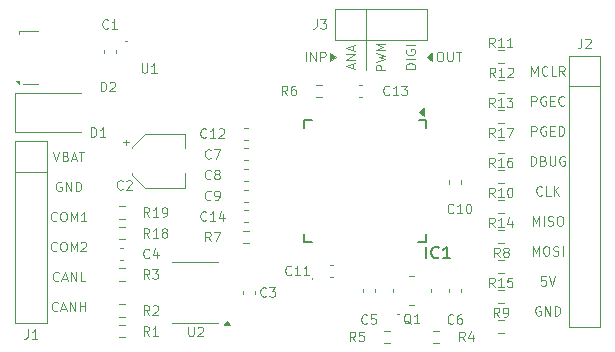
<source format=gbr>
%TF.GenerationSoftware,KiCad,Pcbnew,8.0.6*%
%TF.CreationDate,2025-03-17T21:12:52+03:00*%
%TF.ProjectId,ECU_SW_Control,4543555f-5357-45f4-936f-6e74726f6c2e,v1*%
%TF.SameCoordinates,Original*%
%TF.FileFunction,Legend,Top*%
%TF.FilePolarity,Positive*%
%FSLAX46Y46*%
G04 Gerber Fmt 4.6, Leading zero omitted, Abs format (unit mm)*
G04 Created by KiCad (PCBNEW 8.0.6) date 2025-03-17 21:12:52*
%MOMM*%
%LPD*%
G01*
G04 APERTURE LIST*
%ADD10C,0.120000*%
%ADD11C,0.100000*%
%ADD12C,0.150000*%
G04 APERTURE END LIST*
D10*
X140385800Y-119964200D02*
X140385800Y-118668800D01*
X170070771Y-108821400D02*
X168800771Y-108821400D01*
D11*
X170070771Y-108821400D02*
X170068000Y-111379000D01*
D10*
X187214200Y-112674400D02*
X187214200Y-111404400D01*
X167470771Y-106166400D02*
X167462760Y-107493002D01*
X189874200Y-112712500D02*
X189865000Y-110147100D01*
X143043600Y-117373400D02*
X141722800Y-117389600D01*
X143052800Y-119938800D02*
X143043600Y-117373400D01*
D11*
X165481000Y-128930400D02*
X165481000Y-129057400D01*
D10*
X189865000Y-110126300D02*
X188544200Y-110125200D01*
X170071971Y-106163000D02*
X167479971Y-106166400D01*
D11*
X175672629Y-110576000D02*
X175202629Y-110236000D01*
X175672629Y-109896000D01*
X175672629Y-110576000D01*
G36*
X175672629Y-110576000D02*
G01*
X175202629Y-110236000D01*
X175672629Y-109896000D01*
X175672629Y-110576000D01*
G37*
X167484600Y-110236000D02*
X167014600Y-110576000D01*
X167014600Y-109896000D01*
X167484600Y-110236000D01*
G36*
X167484600Y-110236000D02*
G01*
X167014600Y-110576000D01*
X167014600Y-109896000D01*
X167484600Y-110236000D01*
G37*
D10*
X184054924Y-111819055D02*
X184054924Y-111019055D01*
X184054924Y-111019055D02*
X184321590Y-111590483D01*
X184321590Y-111590483D02*
X184588257Y-111019055D01*
X184588257Y-111019055D02*
X184588257Y-111819055D01*
X185426353Y-111742864D02*
X185388257Y-111780960D01*
X185388257Y-111780960D02*
X185273972Y-111819055D01*
X185273972Y-111819055D02*
X185197781Y-111819055D01*
X185197781Y-111819055D02*
X185083495Y-111780960D01*
X185083495Y-111780960D02*
X185007305Y-111704769D01*
X185007305Y-111704769D02*
X184969210Y-111628579D01*
X184969210Y-111628579D02*
X184931114Y-111476198D01*
X184931114Y-111476198D02*
X184931114Y-111361912D01*
X184931114Y-111361912D02*
X184969210Y-111209531D01*
X184969210Y-111209531D02*
X185007305Y-111133340D01*
X185007305Y-111133340D02*
X185083495Y-111057150D01*
X185083495Y-111057150D02*
X185197781Y-111019055D01*
X185197781Y-111019055D02*
X185273972Y-111019055D01*
X185273972Y-111019055D02*
X185388257Y-111057150D01*
X185388257Y-111057150D02*
X185426353Y-111095245D01*
X186150162Y-111819055D02*
X185769210Y-111819055D01*
X185769210Y-111819055D02*
X185769210Y-111019055D01*
X186873972Y-111819055D02*
X186607305Y-111438102D01*
X186416829Y-111819055D02*
X186416829Y-111019055D01*
X186416829Y-111019055D02*
X186721591Y-111019055D01*
X186721591Y-111019055D02*
X186797781Y-111057150D01*
X186797781Y-111057150D02*
X186835876Y-111095245D01*
X186835876Y-111095245D02*
X186873972Y-111171436D01*
X186873972Y-111171436D02*
X186873972Y-111285721D01*
X186873972Y-111285721D02*
X186835876Y-111361912D01*
X186835876Y-111361912D02*
X186797781Y-111400007D01*
X186797781Y-111400007D02*
X186721591Y-111438102D01*
X186721591Y-111438102D02*
X186416829Y-111438102D01*
X144043505Y-129167264D02*
X144005409Y-129205360D01*
X144005409Y-129205360D02*
X143891124Y-129243455D01*
X143891124Y-129243455D02*
X143814933Y-129243455D01*
X143814933Y-129243455D02*
X143700647Y-129205360D01*
X143700647Y-129205360D02*
X143624457Y-129129169D01*
X143624457Y-129129169D02*
X143586362Y-129052979D01*
X143586362Y-129052979D02*
X143548266Y-128900598D01*
X143548266Y-128900598D02*
X143548266Y-128786312D01*
X143548266Y-128786312D02*
X143586362Y-128633931D01*
X143586362Y-128633931D02*
X143624457Y-128557740D01*
X143624457Y-128557740D02*
X143700647Y-128481550D01*
X143700647Y-128481550D02*
X143814933Y-128443455D01*
X143814933Y-128443455D02*
X143891124Y-128443455D01*
X143891124Y-128443455D02*
X144005409Y-128481550D01*
X144005409Y-128481550D02*
X144043505Y-128519645D01*
X144348266Y-129014883D02*
X144729219Y-129014883D01*
X144272076Y-129243455D02*
X144538743Y-128443455D01*
X144538743Y-128443455D02*
X144805409Y-129243455D01*
X145072076Y-129243455D02*
X145072076Y-128443455D01*
X145072076Y-128443455D02*
X145529219Y-129243455D01*
X145529219Y-129243455D02*
X145529219Y-128443455D01*
X146291123Y-129243455D02*
X145910171Y-129243455D01*
X145910171Y-129243455D02*
X145910171Y-128443455D01*
X143872076Y-124087264D02*
X143833980Y-124125360D01*
X143833980Y-124125360D02*
X143719695Y-124163455D01*
X143719695Y-124163455D02*
X143643504Y-124163455D01*
X143643504Y-124163455D02*
X143529218Y-124125360D01*
X143529218Y-124125360D02*
X143453028Y-124049169D01*
X143453028Y-124049169D02*
X143414933Y-123972979D01*
X143414933Y-123972979D02*
X143376837Y-123820598D01*
X143376837Y-123820598D02*
X143376837Y-123706312D01*
X143376837Y-123706312D02*
X143414933Y-123553931D01*
X143414933Y-123553931D02*
X143453028Y-123477740D01*
X143453028Y-123477740D02*
X143529218Y-123401550D01*
X143529218Y-123401550D02*
X143643504Y-123363455D01*
X143643504Y-123363455D02*
X143719695Y-123363455D01*
X143719695Y-123363455D02*
X143833980Y-123401550D01*
X143833980Y-123401550D02*
X143872076Y-123439645D01*
X144367314Y-123363455D02*
X144519695Y-123363455D01*
X144519695Y-123363455D02*
X144595885Y-123401550D01*
X144595885Y-123401550D02*
X144672076Y-123477740D01*
X144672076Y-123477740D02*
X144710171Y-123630121D01*
X144710171Y-123630121D02*
X144710171Y-123896788D01*
X144710171Y-123896788D02*
X144672076Y-124049169D01*
X144672076Y-124049169D02*
X144595885Y-124125360D01*
X144595885Y-124125360D02*
X144519695Y-124163455D01*
X144519695Y-124163455D02*
X144367314Y-124163455D01*
X144367314Y-124163455D02*
X144291123Y-124125360D01*
X144291123Y-124125360D02*
X144214933Y-124049169D01*
X144214933Y-124049169D02*
X144176837Y-123896788D01*
X144176837Y-123896788D02*
X144176837Y-123630121D01*
X144176837Y-123630121D02*
X144214933Y-123477740D01*
X144214933Y-123477740D02*
X144291123Y-123401550D01*
X144291123Y-123401550D02*
X144367314Y-123363455D01*
X145053028Y-124163455D02*
X145053028Y-123363455D01*
X145053028Y-123363455D02*
X145319694Y-123934883D01*
X145319694Y-123934883D02*
X145586361Y-123363455D01*
X145586361Y-123363455D02*
X145586361Y-124163455D01*
X146386361Y-124163455D02*
X145929218Y-124163455D01*
X146157790Y-124163455D02*
X146157790Y-123363455D01*
X146157790Y-123363455D02*
X146081599Y-123477740D01*
X146081599Y-123477740D02*
X146005409Y-123553931D01*
X146005409Y-123553931D02*
X145929218Y-123592026D01*
X176259433Y-109813255D02*
X176411814Y-109813255D01*
X176411814Y-109813255D02*
X176488004Y-109851350D01*
X176488004Y-109851350D02*
X176564195Y-109927540D01*
X176564195Y-109927540D02*
X176602290Y-110079921D01*
X176602290Y-110079921D02*
X176602290Y-110346588D01*
X176602290Y-110346588D02*
X176564195Y-110498969D01*
X176564195Y-110498969D02*
X176488004Y-110575160D01*
X176488004Y-110575160D02*
X176411814Y-110613255D01*
X176411814Y-110613255D02*
X176259433Y-110613255D01*
X176259433Y-110613255D02*
X176183242Y-110575160D01*
X176183242Y-110575160D02*
X176107052Y-110498969D01*
X176107052Y-110498969D02*
X176068956Y-110346588D01*
X176068956Y-110346588D02*
X176068956Y-110079921D01*
X176068956Y-110079921D02*
X176107052Y-109927540D01*
X176107052Y-109927540D02*
X176183242Y-109851350D01*
X176183242Y-109851350D02*
X176259433Y-109813255D01*
X176945147Y-109813255D02*
X176945147Y-110460874D01*
X176945147Y-110460874D02*
X176983242Y-110537064D01*
X176983242Y-110537064D02*
X177021337Y-110575160D01*
X177021337Y-110575160D02*
X177097528Y-110613255D01*
X177097528Y-110613255D02*
X177249909Y-110613255D01*
X177249909Y-110613255D02*
X177326099Y-110575160D01*
X177326099Y-110575160D02*
X177364194Y-110537064D01*
X177364194Y-110537064D02*
X177402290Y-110460874D01*
X177402290Y-110460874D02*
X177402290Y-109813255D01*
X177668956Y-109813255D02*
X178126099Y-109813255D01*
X177897527Y-110613255D02*
X177897527Y-109813255D01*
X164981852Y-110614455D02*
X164981852Y-109814455D01*
X165362804Y-110614455D02*
X165362804Y-109814455D01*
X165362804Y-109814455D02*
X165819947Y-110614455D01*
X165819947Y-110614455D02*
X165819947Y-109814455D01*
X166200899Y-110614455D02*
X166200899Y-109814455D01*
X166200899Y-109814455D02*
X166505661Y-109814455D01*
X166505661Y-109814455D02*
X166581851Y-109852550D01*
X166581851Y-109852550D02*
X166619946Y-109890645D01*
X166619946Y-109890645D02*
X166658042Y-109966836D01*
X166658042Y-109966836D02*
X166658042Y-110081121D01*
X166658042Y-110081121D02*
X166619946Y-110157312D01*
X166619946Y-110157312D02*
X166581851Y-110195407D01*
X166581851Y-110195407D02*
X166505661Y-110233502D01*
X166505661Y-110233502D02*
X166200899Y-110233502D01*
X174241855Y-111226475D02*
X173441855Y-111226475D01*
X173441855Y-111226475D02*
X173441855Y-111035999D01*
X173441855Y-111035999D02*
X173479950Y-110921713D01*
X173479950Y-110921713D02*
X173556140Y-110845523D01*
X173556140Y-110845523D02*
X173632331Y-110807428D01*
X173632331Y-110807428D02*
X173784712Y-110769332D01*
X173784712Y-110769332D02*
X173898998Y-110769332D01*
X173898998Y-110769332D02*
X174051379Y-110807428D01*
X174051379Y-110807428D02*
X174127569Y-110845523D01*
X174127569Y-110845523D02*
X174203760Y-110921713D01*
X174203760Y-110921713D02*
X174241855Y-111035999D01*
X174241855Y-111035999D02*
X174241855Y-111226475D01*
X174241855Y-110426475D02*
X173441855Y-110426475D01*
X173479950Y-109626476D02*
X173441855Y-109702666D01*
X173441855Y-109702666D02*
X173441855Y-109816952D01*
X173441855Y-109816952D02*
X173479950Y-109931238D01*
X173479950Y-109931238D02*
X173556140Y-110007428D01*
X173556140Y-110007428D02*
X173632331Y-110045523D01*
X173632331Y-110045523D02*
X173784712Y-110083619D01*
X173784712Y-110083619D02*
X173898998Y-110083619D01*
X173898998Y-110083619D02*
X174051379Y-110045523D01*
X174051379Y-110045523D02*
X174127569Y-110007428D01*
X174127569Y-110007428D02*
X174203760Y-109931238D01*
X174203760Y-109931238D02*
X174241855Y-109816952D01*
X174241855Y-109816952D02*
X174241855Y-109740761D01*
X174241855Y-109740761D02*
X174203760Y-109626476D01*
X174203760Y-109626476D02*
X174165664Y-109588380D01*
X174165664Y-109588380D02*
X173898998Y-109588380D01*
X173898998Y-109588380D02*
X173898998Y-109740761D01*
X174241855Y-109245523D02*
X173441855Y-109245523D01*
X171701855Y-111359809D02*
X170901855Y-111359809D01*
X170901855Y-111359809D02*
X170901855Y-111055047D01*
X170901855Y-111055047D02*
X170939950Y-110978857D01*
X170939950Y-110978857D02*
X170978045Y-110940762D01*
X170978045Y-110940762D02*
X171054236Y-110902666D01*
X171054236Y-110902666D02*
X171168521Y-110902666D01*
X171168521Y-110902666D02*
X171244712Y-110940762D01*
X171244712Y-110940762D02*
X171282807Y-110978857D01*
X171282807Y-110978857D02*
X171320902Y-111055047D01*
X171320902Y-111055047D02*
X171320902Y-111359809D01*
X170901855Y-110636000D02*
X171701855Y-110445524D01*
X171701855Y-110445524D02*
X171130426Y-110293143D01*
X171130426Y-110293143D02*
X171701855Y-110140762D01*
X171701855Y-110140762D02*
X170901855Y-109950286D01*
X171701855Y-109645523D02*
X170901855Y-109645523D01*
X170901855Y-109645523D02*
X171473283Y-109378857D01*
X171473283Y-109378857D02*
X170901855Y-109112190D01*
X170901855Y-109112190D02*
X171701855Y-109112190D01*
X143872076Y-126627264D02*
X143833980Y-126665360D01*
X143833980Y-126665360D02*
X143719695Y-126703455D01*
X143719695Y-126703455D02*
X143643504Y-126703455D01*
X143643504Y-126703455D02*
X143529218Y-126665360D01*
X143529218Y-126665360D02*
X143453028Y-126589169D01*
X143453028Y-126589169D02*
X143414933Y-126512979D01*
X143414933Y-126512979D02*
X143376837Y-126360598D01*
X143376837Y-126360598D02*
X143376837Y-126246312D01*
X143376837Y-126246312D02*
X143414933Y-126093931D01*
X143414933Y-126093931D02*
X143453028Y-126017740D01*
X143453028Y-126017740D02*
X143529218Y-125941550D01*
X143529218Y-125941550D02*
X143643504Y-125903455D01*
X143643504Y-125903455D02*
X143719695Y-125903455D01*
X143719695Y-125903455D02*
X143833980Y-125941550D01*
X143833980Y-125941550D02*
X143872076Y-125979645D01*
X144367314Y-125903455D02*
X144519695Y-125903455D01*
X144519695Y-125903455D02*
X144595885Y-125941550D01*
X144595885Y-125941550D02*
X144672076Y-126017740D01*
X144672076Y-126017740D02*
X144710171Y-126170121D01*
X144710171Y-126170121D02*
X144710171Y-126436788D01*
X144710171Y-126436788D02*
X144672076Y-126589169D01*
X144672076Y-126589169D02*
X144595885Y-126665360D01*
X144595885Y-126665360D02*
X144519695Y-126703455D01*
X144519695Y-126703455D02*
X144367314Y-126703455D01*
X144367314Y-126703455D02*
X144291123Y-126665360D01*
X144291123Y-126665360D02*
X144214933Y-126589169D01*
X144214933Y-126589169D02*
X144176837Y-126436788D01*
X144176837Y-126436788D02*
X144176837Y-126170121D01*
X144176837Y-126170121D02*
X144214933Y-126017740D01*
X144214933Y-126017740D02*
X144291123Y-125941550D01*
X144291123Y-125941550D02*
X144367314Y-125903455D01*
X145053028Y-126703455D02*
X145053028Y-125903455D01*
X145053028Y-125903455D02*
X145319694Y-126474883D01*
X145319694Y-126474883D02*
X145586361Y-125903455D01*
X145586361Y-125903455D02*
X145586361Y-126703455D01*
X145929218Y-125979645D02*
X145967314Y-125941550D01*
X145967314Y-125941550D02*
X146043504Y-125903455D01*
X146043504Y-125903455D02*
X146233980Y-125903455D01*
X146233980Y-125903455D02*
X146310171Y-125941550D01*
X146310171Y-125941550D02*
X146348266Y-125979645D01*
X146348266Y-125979645D02*
X146386361Y-126055836D01*
X146386361Y-126055836D02*
X146386361Y-126132026D01*
X146386361Y-126132026D02*
X146348266Y-126246312D01*
X146348266Y-126246312D02*
X145891123Y-126703455D01*
X145891123Y-126703455D02*
X146386361Y-126703455D01*
X143567314Y-118283455D02*
X143833981Y-119083455D01*
X143833981Y-119083455D02*
X144100647Y-118283455D01*
X144633980Y-118664407D02*
X144748266Y-118702502D01*
X144748266Y-118702502D02*
X144786361Y-118740598D01*
X144786361Y-118740598D02*
X144824457Y-118816788D01*
X144824457Y-118816788D02*
X144824457Y-118931074D01*
X144824457Y-118931074D02*
X144786361Y-119007264D01*
X144786361Y-119007264D02*
X144748266Y-119045360D01*
X144748266Y-119045360D02*
X144672076Y-119083455D01*
X144672076Y-119083455D02*
X144367314Y-119083455D01*
X144367314Y-119083455D02*
X144367314Y-118283455D01*
X144367314Y-118283455D02*
X144633980Y-118283455D01*
X144633980Y-118283455D02*
X144710171Y-118321550D01*
X144710171Y-118321550D02*
X144748266Y-118359645D01*
X144748266Y-118359645D02*
X144786361Y-118435836D01*
X144786361Y-118435836D02*
X144786361Y-118512026D01*
X144786361Y-118512026D02*
X144748266Y-118588217D01*
X144748266Y-118588217D02*
X144710171Y-118626312D01*
X144710171Y-118626312D02*
X144633980Y-118664407D01*
X144633980Y-118664407D02*
X144367314Y-118664407D01*
X145129218Y-118854883D02*
X145510171Y-118854883D01*
X145053028Y-119083455D02*
X145319695Y-118283455D01*
X145319695Y-118283455D02*
X145586361Y-119083455D01*
X145738742Y-118283455D02*
X146195885Y-118283455D01*
X145967313Y-119083455D02*
X145967313Y-118283455D01*
X184835876Y-131377150D02*
X184759686Y-131339055D01*
X184759686Y-131339055D02*
X184645400Y-131339055D01*
X184645400Y-131339055D02*
X184531114Y-131377150D01*
X184531114Y-131377150D02*
X184454924Y-131453340D01*
X184454924Y-131453340D02*
X184416829Y-131529531D01*
X184416829Y-131529531D02*
X184378733Y-131681912D01*
X184378733Y-131681912D02*
X184378733Y-131796198D01*
X184378733Y-131796198D02*
X184416829Y-131948579D01*
X184416829Y-131948579D02*
X184454924Y-132024769D01*
X184454924Y-132024769D02*
X184531114Y-132100960D01*
X184531114Y-132100960D02*
X184645400Y-132139055D01*
X184645400Y-132139055D02*
X184721591Y-132139055D01*
X184721591Y-132139055D02*
X184835876Y-132100960D01*
X184835876Y-132100960D02*
X184873972Y-132062864D01*
X184873972Y-132062864D02*
X184873972Y-131796198D01*
X184873972Y-131796198D02*
X184721591Y-131796198D01*
X185216829Y-132139055D02*
X185216829Y-131339055D01*
X185216829Y-131339055D02*
X185673972Y-132139055D01*
X185673972Y-132139055D02*
X185673972Y-131339055D01*
X186054924Y-132139055D02*
X186054924Y-131339055D01*
X186054924Y-131339055D02*
X186245400Y-131339055D01*
X186245400Y-131339055D02*
X186359686Y-131377150D01*
X186359686Y-131377150D02*
X186435876Y-131453340D01*
X186435876Y-131453340D02*
X186473971Y-131529531D01*
X186473971Y-131529531D02*
X186512067Y-131681912D01*
X186512067Y-131681912D02*
X186512067Y-131796198D01*
X186512067Y-131796198D02*
X186473971Y-131948579D01*
X186473971Y-131948579D02*
X186435876Y-132024769D01*
X186435876Y-132024769D02*
X186359686Y-132100960D01*
X186359686Y-132100960D02*
X186245400Y-132139055D01*
X186245400Y-132139055D02*
X186054924Y-132139055D01*
X184073971Y-114359055D02*
X184073971Y-113559055D01*
X184073971Y-113559055D02*
X184378733Y-113559055D01*
X184378733Y-113559055D02*
X184454923Y-113597150D01*
X184454923Y-113597150D02*
X184493018Y-113635245D01*
X184493018Y-113635245D02*
X184531114Y-113711436D01*
X184531114Y-113711436D02*
X184531114Y-113825721D01*
X184531114Y-113825721D02*
X184493018Y-113901912D01*
X184493018Y-113901912D02*
X184454923Y-113940007D01*
X184454923Y-113940007D02*
X184378733Y-113978102D01*
X184378733Y-113978102D02*
X184073971Y-113978102D01*
X185293018Y-113597150D02*
X185216828Y-113559055D01*
X185216828Y-113559055D02*
X185102542Y-113559055D01*
X185102542Y-113559055D02*
X184988256Y-113597150D01*
X184988256Y-113597150D02*
X184912066Y-113673340D01*
X184912066Y-113673340D02*
X184873971Y-113749531D01*
X184873971Y-113749531D02*
X184835875Y-113901912D01*
X184835875Y-113901912D02*
X184835875Y-114016198D01*
X184835875Y-114016198D02*
X184873971Y-114168579D01*
X184873971Y-114168579D02*
X184912066Y-114244769D01*
X184912066Y-114244769D02*
X184988256Y-114320960D01*
X184988256Y-114320960D02*
X185102542Y-114359055D01*
X185102542Y-114359055D02*
X185178733Y-114359055D01*
X185178733Y-114359055D02*
X185293018Y-114320960D01*
X185293018Y-114320960D02*
X185331114Y-114282864D01*
X185331114Y-114282864D02*
X185331114Y-114016198D01*
X185331114Y-114016198D02*
X185178733Y-114016198D01*
X185673971Y-113940007D02*
X185940637Y-113940007D01*
X186054923Y-114359055D02*
X185673971Y-114359055D01*
X185673971Y-114359055D02*
X185673971Y-113559055D01*
X185673971Y-113559055D02*
X186054923Y-113559055D01*
X186854924Y-114282864D02*
X186816828Y-114320960D01*
X186816828Y-114320960D02*
X186702543Y-114359055D01*
X186702543Y-114359055D02*
X186626352Y-114359055D01*
X186626352Y-114359055D02*
X186512066Y-114320960D01*
X186512066Y-114320960D02*
X186435876Y-114244769D01*
X186435876Y-114244769D02*
X186397781Y-114168579D01*
X186397781Y-114168579D02*
X186359685Y-114016198D01*
X186359685Y-114016198D02*
X186359685Y-113901912D01*
X186359685Y-113901912D02*
X186397781Y-113749531D01*
X186397781Y-113749531D02*
X186435876Y-113673340D01*
X186435876Y-113673340D02*
X186512066Y-113597150D01*
X186512066Y-113597150D02*
X186626352Y-113559055D01*
X186626352Y-113559055D02*
X186702543Y-113559055D01*
X186702543Y-113559055D02*
X186816828Y-113597150D01*
X186816828Y-113597150D02*
X186854924Y-113635245D01*
X184188257Y-124519055D02*
X184188257Y-123719055D01*
X184188257Y-123719055D02*
X184454923Y-124290483D01*
X184454923Y-124290483D02*
X184721590Y-123719055D01*
X184721590Y-123719055D02*
X184721590Y-124519055D01*
X185102543Y-124519055D02*
X185102543Y-123719055D01*
X185445399Y-124480960D02*
X185559685Y-124519055D01*
X185559685Y-124519055D02*
X185750161Y-124519055D01*
X185750161Y-124519055D02*
X185826352Y-124480960D01*
X185826352Y-124480960D02*
X185864447Y-124442864D01*
X185864447Y-124442864D02*
X185902542Y-124366674D01*
X185902542Y-124366674D02*
X185902542Y-124290483D01*
X185902542Y-124290483D02*
X185864447Y-124214293D01*
X185864447Y-124214293D02*
X185826352Y-124176198D01*
X185826352Y-124176198D02*
X185750161Y-124138102D01*
X185750161Y-124138102D02*
X185597780Y-124100007D01*
X185597780Y-124100007D02*
X185521590Y-124061912D01*
X185521590Y-124061912D02*
X185483495Y-124023817D01*
X185483495Y-124023817D02*
X185445399Y-123947626D01*
X185445399Y-123947626D02*
X185445399Y-123871436D01*
X185445399Y-123871436D02*
X185483495Y-123795245D01*
X185483495Y-123795245D02*
X185521590Y-123757150D01*
X185521590Y-123757150D02*
X185597780Y-123719055D01*
X185597780Y-123719055D02*
X185788257Y-123719055D01*
X185788257Y-123719055D02*
X185902542Y-123757150D01*
X186397781Y-123719055D02*
X186550162Y-123719055D01*
X186550162Y-123719055D02*
X186626352Y-123757150D01*
X186626352Y-123757150D02*
X186702543Y-123833340D01*
X186702543Y-123833340D02*
X186740638Y-123985721D01*
X186740638Y-123985721D02*
X186740638Y-124252388D01*
X186740638Y-124252388D02*
X186702543Y-124404769D01*
X186702543Y-124404769D02*
X186626352Y-124480960D01*
X186626352Y-124480960D02*
X186550162Y-124519055D01*
X186550162Y-124519055D02*
X186397781Y-124519055D01*
X186397781Y-124519055D02*
X186321590Y-124480960D01*
X186321590Y-124480960D02*
X186245400Y-124404769D01*
X186245400Y-124404769D02*
X186207304Y-124252388D01*
X186207304Y-124252388D02*
X186207304Y-123985721D01*
X186207304Y-123985721D02*
X186245400Y-123833340D01*
X186245400Y-123833340D02*
X186321590Y-123757150D01*
X186321590Y-123757150D02*
X186397781Y-123719055D01*
X144272076Y-120861550D02*
X144195886Y-120823455D01*
X144195886Y-120823455D02*
X144081600Y-120823455D01*
X144081600Y-120823455D02*
X143967314Y-120861550D01*
X143967314Y-120861550D02*
X143891124Y-120937740D01*
X143891124Y-120937740D02*
X143853029Y-121013931D01*
X143853029Y-121013931D02*
X143814933Y-121166312D01*
X143814933Y-121166312D02*
X143814933Y-121280598D01*
X143814933Y-121280598D02*
X143853029Y-121432979D01*
X143853029Y-121432979D02*
X143891124Y-121509169D01*
X143891124Y-121509169D02*
X143967314Y-121585360D01*
X143967314Y-121585360D02*
X144081600Y-121623455D01*
X144081600Y-121623455D02*
X144157791Y-121623455D01*
X144157791Y-121623455D02*
X144272076Y-121585360D01*
X144272076Y-121585360D02*
X144310172Y-121547264D01*
X144310172Y-121547264D02*
X144310172Y-121280598D01*
X144310172Y-121280598D02*
X144157791Y-121280598D01*
X144653029Y-121623455D02*
X144653029Y-120823455D01*
X144653029Y-120823455D02*
X145110172Y-121623455D01*
X145110172Y-121623455D02*
X145110172Y-120823455D01*
X145491124Y-121623455D02*
X145491124Y-120823455D01*
X145491124Y-120823455D02*
X145681600Y-120823455D01*
X145681600Y-120823455D02*
X145795886Y-120861550D01*
X145795886Y-120861550D02*
X145872076Y-120937740D01*
X145872076Y-120937740D02*
X145910171Y-121013931D01*
X145910171Y-121013931D02*
X145948267Y-121166312D01*
X145948267Y-121166312D02*
X145948267Y-121280598D01*
X145948267Y-121280598D02*
X145910171Y-121432979D01*
X145910171Y-121432979D02*
X145872076Y-121509169D01*
X145872076Y-121509169D02*
X145795886Y-121585360D01*
X145795886Y-121585360D02*
X145681600Y-121623455D01*
X145681600Y-121623455D02*
X145491124Y-121623455D01*
X184188257Y-127059055D02*
X184188257Y-126259055D01*
X184188257Y-126259055D02*
X184454923Y-126830483D01*
X184454923Y-126830483D02*
X184721590Y-126259055D01*
X184721590Y-126259055D02*
X184721590Y-127059055D01*
X185254924Y-126259055D02*
X185407305Y-126259055D01*
X185407305Y-126259055D02*
X185483495Y-126297150D01*
X185483495Y-126297150D02*
X185559686Y-126373340D01*
X185559686Y-126373340D02*
X185597781Y-126525721D01*
X185597781Y-126525721D02*
X185597781Y-126792388D01*
X185597781Y-126792388D02*
X185559686Y-126944769D01*
X185559686Y-126944769D02*
X185483495Y-127020960D01*
X185483495Y-127020960D02*
X185407305Y-127059055D01*
X185407305Y-127059055D02*
X185254924Y-127059055D01*
X185254924Y-127059055D02*
X185178733Y-127020960D01*
X185178733Y-127020960D02*
X185102543Y-126944769D01*
X185102543Y-126944769D02*
X185064447Y-126792388D01*
X185064447Y-126792388D02*
X185064447Y-126525721D01*
X185064447Y-126525721D02*
X185102543Y-126373340D01*
X185102543Y-126373340D02*
X185178733Y-126297150D01*
X185178733Y-126297150D02*
X185254924Y-126259055D01*
X185902542Y-127020960D02*
X186016828Y-127059055D01*
X186016828Y-127059055D02*
X186207304Y-127059055D01*
X186207304Y-127059055D02*
X186283495Y-127020960D01*
X186283495Y-127020960D02*
X186321590Y-126982864D01*
X186321590Y-126982864D02*
X186359685Y-126906674D01*
X186359685Y-126906674D02*
X186359685Y-126830483D01*
X186359685Y-126830483D02*
X186321590Y-126754293D01*
X186321590Y-126754293D02*
X186283495Y-126716198D01*
X186283495Y-126716198D02*
X186207304Y-126678102D01*
X186207304Y-126678102D02*
X186054923Y-126640007D01*
X186054923Y-126640007D02*
X185978733Y-126601912D01*
X185978733Y-126601912D02*
X185940638Y-126563817D01*
X185940638Y-126563817D02*
X185902542Y-126487626D01*
X185902542Y-126487626D02*
X185902542Y-126411436D01*
X185902542Y-126411436D02*
X185940638Y-126335245D01*
X185940638Y-126335245D02*
X185978733Y-126297150D01*
X185978733Y-126297150D02*
X186054923Y-126259055D01*
X186054923Y-126259055D02*
X186245400Y-126259055D01*
X186245400Y-126259055D02*
X186359685Y-126297150D01*
X186702543Y-127059055D02*
X186702543Y-126259055D01*
X184016829Y-119439055D02*
X184016829Y-118639055D01*
X184016829Y-118639055D02*
X184207305Y-118639055D01*
X184207305Y-118639055D02*
X184321591Y-118677150D01*
X184321591Y-118677150D02*
X184397781Y-118753340D01*
X184397781Y-118753340D02*
X184435876Y-118829531D01*
X184435876Y-118829531D02*
X184473972Y-118981912D01*
X184473972Y-118981912D02*
X184473972Y-119096198D01*
X184473972Y-119096198D02*
X184435876Y-119248579D01*
X184435876Y-119248579D02*
X184397781Y-119324769D01*
X184397781Y-119324769D02*
X184321591Y-119400960D01*
X184321591Y-119400960D02*
X184207305Y-119439055D01*
X184207305Y-119439055D02*
X184016829Y-119439055D01*
X185083495Y-119020007D02*
X185197781Y-119058102D01*
X185197781Y-119058102D02*
X185235876Y-119096198D01*
X185235876Y-119096198D02*
X185273972Y-119172388D01*
X185273972Y-119172388D02*
X185273972Y-119286674D01*
X185273972Y-119286674D02*
X185235876Y-119362864D01*
X185235876Y-119362864D02*
X185197781Y-119400960D01*
X185197781Y-119400960D02*
X185121591Y-119439055D01*
X185121591Y-119439055D02*
X184816829Y-119439055D01*
X184816829Y-119439055D02*
X184816829Y-118639055D01*
X184816829Y-118639055D02*
X185083495Y-118639055D01*
X185083495Y-118639055D02*
X185159686Y-118677150D01*
X185159686Y-118677150D02*
X185197781Y-118715245D01*
X185197781Y-118715245D02*
X185235876Y-118791436D01*
X185235876Y-118791436D02*
X185235876Y-118867626D01*
X185235876Y-118867626D02*
X185197781Y-118943817D01*
X185197781Y-118943817D02*
X185159686Y-118981912D01*
X185159686Y-118981912D02*
X185083495Y-119020007D01*
X185083495Y-119020007D02*
X184816829Y-119020007D01*
X185616829Y-118639055D02*
X185616829Y-119286674D01*
X185616829Y-119286674D02*
X185654924Y-119362864D01*
X185654924Y-119362864D02*
X185693019Y-119400960D01*
X185693019Y-119400960D02*
X185769210Y-119439055D01*
X185769210Y-119439055D02*
X185921591Y-119439055D01*
X185921591Y-119439055D02*
X185997781Y-119400960D01*
X185997781Y-119400960D02*
X186035876Y-119362864D01*
X186035876Y-119362864D02*
X186073972Y-119286674D01*
X186073972Y-119286674D02*
X186073972Y-118639055D01*
X186873971Y-118677150D02*
X186797781Y-118639055D01*
X186797781Y-118639055D02*
X186683495Y-118639055D01*
X186683495Y-118639055D02*
X186569209Y-118677150D01*
X186569209Y-118677150D02*
X186493019Y-118753340D01*
X186493019Y-118753340D02*
X186454924Y-118829531D01*
X186454924Y-118829531D02*
X186416828Y-118981912D01*
X186416828Y-118981912D02*
X186416828Y-119096198D01*
X186416828Y-119096198D02*
X186454924Y-119248579D01*
X186454924Y-119248579D02*
X186493019Y-119324769D01*
X186493019Y-119324769D02*
X186569209Y-119400960D01*
X186569209Y-119400960D02*
X186683495Y-119439055D01*
X186683495Y-119439055D02*
X186759686Y-119439055D01*
X186759686Y-119439055D02*
X186873971Y-119400960D01*
X186873971Y-119400960D02*
X186912067Y-119362864D01*
X186912067Y-119362864D02*
X186912067Y-119096198D01*
X186912067Y-119096198D02*
X186759686Y-119096198D01*
X184969210Y-121902864D02*
X184931114Y-121940960D01*
X184931114Y-121940960D02*
X184816829Y-121979055D01*
X184816829Y-121979055D02*
X184740638Y-121979055D01*
X184740638Y-121979055D02*
X184626352Y-121940960D01*
X184626352Y-121940960D02*
X184550162Y-121864769D01*
X184550162Y-121864769D02*
X184512067Y-121788579D01*
X184512067Y-121788579D02*
X184473971Y-121636198D01*
X184473971Y-121636198D02*
X184473971Y-121521912D01*
X184473971Y-121521912D02*
X184512067Y-121369531D01*
X184512067Y-121369531D02*
X184550162Y-121293340D01*
X184550162Y-121293340D02*
X184626352Y-121217150D01*
X184626352Y-121217150D02*
X184740638Y-121179055D01*
X184740638Y-121179055D02*
X184816829Y-121179055D01*
X184816829Y-121179055D02*
X184931114Y-121217150D01*
X184931114Y-121217150D02*
X184969210Y-121255245D01*
X185693019Y-121979055D02*
X185312067Y-121979055D01*
X185312067Y-121979055D02*
X185312067Y-121179055D01*
X185959686Y-121979055D02*
X185959686Y-121179055D01*
X186416829Y-121979055D02*
X186073971Y-121521912D01*
X186416829Y-121179055D02*
X185959686Y-121636198D01*
X184073971Y-116899055D02*
X184073971Y-116099055D01*
X184073971Y-116099055D02*
X184378733Y-116099055D01*
X184378733Y-116099055D02*
X184454923Y-116137150D01*
X184454923Y-116137150D02*
X184493018Y-116175245D01*
X184493018Y-116175245D02*
X184531114Y-116251436D01*
X184531114Y-116251436D02*
X184531114Y-116365721D01*
X184531114Y-116365721D02*
X184493018Y-116441912D01*
X184493018Y-116441912D02*
X184454923Y-116480007D01*
X184454923Y-116480007D02*
X184378733Y-116518102D01*
X184378733Y-116518102D02*
X184073971Y-116518102D01*
X185293018Y-116137150D02*
X185216828Y-116099055D01*
X185216828Y-116099055D02*
X185102542Y-116099055D01*
X185102542Y-116099055D02*
X184988256Y-116137150D01*
X184988256Y-116137150D02*
X184912066Y-116213340D01*
X184912066Y-116213340D02*
X184873971Y-116289531D01*
X184873971Y-116289531D02*
X184835875Y-116441912D01*
X184835875Y-116441912D02*
X184835875Y-116556198D01*
X184835875Y-116556198D02*
X184873971Y-116708579D01*
X184873971Y-116708579D02*
X184912066Y-116784769D01*
X184912066Y-116784769D02*
X184988256Y-116860960D01*
X184988256Y-116860960D02*
X185102542Y-116899055D01*
X185102542Y-116899055D02*
X185178733Y-116899055D01*
X185178733Y-116899055D02*
X185293018Y-116860960D01*
X185293018Y-116860960D02*
X185331114Y-116822864D01*
X185331114Y-116822864D02*
X185331114Y-116556198D01*
X185331114Y-116556198D02*
X185178733Y-116556198D01*
X185673971Y-116480007D02*
X185940637Y-116480007D01*
X186054923Y-116899055D02*
X185673971Y-116899055D01*
X185673971Y-116899055D02*
X185673971Y-116099055D01*
X185673971Y-116099055D02*
X186054923Y-116099055D01*
X186397781Y-116899055D02*
X186397781Y-116099055D01*
X186397781Y-116099055D02*
X186588257Y-116099055D01*
X186588257Y-116099055D02*
X186702543Y-116137150D01*
X186702543Y-116137150D02*
X186778733Y-116213340D01*
X186778733Y-116213340D02*
X186816828Y-116289531D01*
X186816828Y-116289531D02*
X186854924Y-116441912D01*
X186854924Y-116441912D02*
X186854924Y-116556198D01*
X186854924Y-116556198D02*
X186816828Y-116708579D01*
X186816828Y-116708579D02*
X186778733Y-116784769D01*
X186778733Y-116784769D02*
X186702543Y-116860960D01*
X186702543Y-116860960D02*
X186588257Y-116899055D01*
X186588257Y-116899055D02*
X186397781Y-116899055D01*
X185293019Y-128799055D02*
X184912067Y-128799055D01*
X184912067Y-128799055D02*
X184873971Y-129180007D01*
X184873971Y-129180007D02*
X184912067Y-129141912D01*
X184912067Y-129141912D02*
X184988257Y-129103817D01*
X184988257Y-129103817D02*
X185178733Y-129103817D01*
X185178733Y-129103817D02*
X185254924Y-129141912D01*
X185254924Y-129141912D02*
X185293019Y-129180007D01*
X185293019Y-129180007D02*
X185331114Y-129256198D01*
X185331114Y-129256198D02*
X185331114Y-129446674D01*
X185331114Y-129446674D02*
X185293019Y-129522864D01*
X185293019Y-129522864D02*
X185254924Y-129560960D01*
X185254924Y-129560960D02*
X185178733Y-129599055D01*
X185178733Y-129599055D02*
X184988257Y-129599055D01*
X184988257Y-129599055D02*
X184912067Y-129560960D01*
X184912067Y-129560960D02*
X184873971Y-129522864D01*
X185559686Y-128799055D02*
X185826353Y-129599055D01*
X185826353Y-129599055D02*
X186093019Y-128799055D01*
X143948267Y-131707264D02*
X143910171Y-131745360D01*
X143910171Y-131745360D02*
X143795886Y-131783455D01*
X143795886Y-131783455D02*
X143719695Y-131783455D01*
X143719695Y-131783455D02*
X143605409Y-131745360D01*
X143605409Y-131745360D02*
X143529219Y-131669169D01*
X143529219Y-131669169D02*
X143491124Y-131592979D01*
X143491124Y-131592979D02*
X143453028Y-131440598D01*
X143453028Y-131440598D02*
X143453028Y-131326312D01*
X143453028Y-131326312D02*
X143491124Y-131173931D01*
X143491124Y-131173931D02*
X143529219Y-131097740D01*
X143529219Y-131097740D02*
X143605409Y-131021550D01*
X143605409Y-131021550D02*
X143719695Y-130983455D01*
X143719695Y-130983455D02*
X143795886Y-130983455D01*
X143795886Y-130983455D02*
X143910171Y-131021550D01*
X143910171Y-131021550D02*
X143948267Y-131059645D01*
X144253028Y-131554883D02*
X144633981Y-131554883D01*
X144176838Y-131783455D02*
X144443505Y-130983455D01*
X144443505Y-130983455D02*
X144710171Y-131783455D01*
X144976838Y-131783455D02*
X144976838Y-130983455D01*
X144976838Y-130983455D02*
X145433981Y-131783455D01*
X145433981Y-131783455D02*
X145433981Y-130983455D01*
X145814933Y-131783455D02*
X145814933Y-130983455D01*
X145814933Y-131364407D02*
X146272076Y-131364407D01*
X146272076Y-131783455D02*
X146272076Y-130983455D01*
X168933283Y-111188380D02*
X168933283Y-110807427D01*
X169161855Y-111264570D02*
X168361855Y-110997903D01*
X168361855Y-110997903D02*
X169161855Y-110731237D01*
X169161855Y-110464570D02*
X168361855Y-110464570D01*
X168361855Y-110464570D02*
X169161855Y-110007427D01*
X169161855Y-110007427D02*
X168361855Y-110007427D01*
X168933283Y-109664571D02*
X168933283Y-109283618D01*
X169161855Y-109740761D02*
X168361855Y-109474094D01*
X168361855Y-109474094D02*
X169161855Y-109207428D01*
X151707914Y-125535055D02*
X151441247Y-125154102D01*
X151250771Y-125535055D02*
X151250771Y-124735055D01*
X151250771Y-124735055D02*
X151555533Y-124735055D01*
X151555533Y-124735055D02*
X151631723Y-124773150D01*
X151631723Y-124773150D02*
X151669818Y-124811245D01*
X151669818Y-124811245D02*
X151707914Y-124887436D01*
X151707914Y-124887436D02*
X151707914Y-125001721D01*
X151707914Y-125001721D02*
X151669818Y-125077912D01*
X151669818Y-125077912D02*
X151631723Y-125116007D01*
X151631723Y-125116007D02*
X151555533Y-125154102D01*
X151555533Y-125154102D02*
X151250771Y-125154102D01*
X152469818Y-125535055D02*
X152012675Y-125535055D01*
X152241247Y-125535055D02*
X152241247Y-124735055D01*
X152241247Y-124735055D02*
X152165056Y-124849340D01*
X152165056Y-124849340D02*
X152088866Y-124925531D01*
X152088866Y-124925531D02*
X152012675Y-124963626D01*
X152926961Y-125077912D02*
X152850771Y-125039817D01*
X152850771Y-125039817D02*
X152812676Y-125001721D01*
X152812676Y-125001721D02*
X152774580Y-124925531D01*
X152774580Y-124925531D02*
X152774580Y-124887436D01*
X152774580Y-124887436D02*
X152812676Y-124811245D01*
X152812676Y-124811245D02*
X152850771Y-124773150D01*
X152850771Y-124773150D02*
X152926961Y-124735055D01*
X152926961Y-124735055D02*
X153079342Y-124735055D01*
X153079342Y-124735055D02*
X153155533Y-124773150D01*
X153155533Y-124773150D02*
X153193628Y-124811245D01*
X153193628Y-124811245D02*
X153231723Y-124887436D01*
X153231723Y-124887436D02*
X153231723Y-124925531D01*
X153231723Y-124925531D02*
X153193628Y-125001721D01*
X153193628Y-125001721D02*
X153155533Y-125039817D01*
X153155533Y-125039817D02*
X153079342Y-125077912D01*
X153079342Y-125077912D02*
X152926961Y-125077912D01*
X152926961Y-125077912D02*
X152850771Y-125116007D01*
X152850771Y-125116007D02*
X152812676Y-125154102D01*
X152812676Y-125154102D02*
X152774580Y-125230293D01*
X152774580Y-125230293D02*
X152774580Y-125382674D01*
X152774580Y-125382674D02*
X152812676Y-125458864D01*
X152812676Y-125458864D02*
X152850771Y-125496960D01*
X152850771Y-125496960D02*
X152926961Y-125535055D01*
X152926961Y-125535055D02*
X153079342Y-125535055D01*
X153079342Y-125535055D02*
X153155533Y-125496960D01*
X153155533Y-125496960D02*
X153193628Y-125458864D01*
X153193628Y-125458864D02*
X153231723Y-125382674D01*
X153231723Y-125382674D02*
X153231723Y-125230293D01*
X153231723Y-125230293D02*
X153193628Y-125154102D01*
X153193628Y-125154102D02*
X153155533Y-125116007D01*
X153155533Y-125116007D02*
X153079342Y-125077912D01*
X181324267Y-132266055D02*
X181057600Y-131885102D01*
X180867124Y-132266055D02*
X180867124Y-131466055D01*
X180867124Y-131466055D02*
X181171886Y-131466055D01*
X181171886Y-131466055D02*
X181248076Y-131504150D01*
X181248076Y-131504150D02*
X181286171Y-131542245D01*
X181286171Y-131542245D02*
X181324267Y-131618436D01*
X181324267Y-131618436D02*
X181324267Y-131732721D01*
X181324267Y-131732721D02*
X181286171Y-131808912D01*
X181286171Y-131808912D02*
X181248076Y-131847007D01*
X181248076Y-131847007D02*
X181171886Y-131885102D01*
X181171886Y-131885102D02*
X180867124Y-131885102D01*
X181705219Y-132266055D02*
X181857600Y-132266055D01*
X181857600Y-132266055D02*
X181933790Y-132227960D01*
X181933790Y-132227960D02*
X181971886Y-132189864D01*
X181971886Y-132189864D02*
X182048076Y-132075579D01*
X182048076Y-132075579D02*
X182086171Y-131923198D01*
X182086171Y-131923198D02*
X182086171Y-131618436D01*
X182086171Y-131618436D02*
X182048076Y-131542245D01*
X182048076Y-131542245D02*
X182009981Y-131504150D01*
X182009981Y-131504150D02*
X181933790Y-131466055D01*
X181933790Y-131466055D02*
X181781409Y-131466055D01*
X181781409Y-131466055D02*
X181705219Y-131504150D01*
X181705219Y-131504150D02*
X181667124Y-131542245D01*
X181667124Y-131542245D02*
X181629028Y-131618436D01*
X181629028Y-131618436D02*
X181629028Y-131808912D01*
X181629028Y-131808912D02*
X181667124Y-131885102D01*
X181667124Y-131885102D02*
X181705219Y-131923198D01*
X181705219Y-131923198D02*
X181781409Y-131961293D01*
X181781409Y-131961293D02*
X181933790Y-131961293D01*
X181933790Y-131961293D02*
X182009981Y-131923198D01*
X182009981Y-131923198D02*
X182048076Y-131885102D01*
X182048076Y-131885102D02*
X182086171Y-131808912D01*
X177463514Y-123401464D02*
X177425418Y-123439560D01*
X177425418Y-123439560D02*
X177311133Y-123477655D01*
X177311133Y-123477655D02*
X177234942Y-123477655D01*
X177234942Y-123477655D02*
X177120656Y-123439560D01*
X177120656Y-123439560D02*
X177044466Y-123363369D01*
X177044466Y-123363369D02*
X177006371Y-123287179D01*
X177006371Y-123287179D02*
X176968275Y-123134798D01*
X176968275Y-123134798D02*
X176968275Y-123020512D01*
X176968275Y-123020512D02*
X177006371Y-122868131D01*
X177006371Y-122868131D02*
X177044466Y-122791940D01*
X177044466Y-122791940D02*
X177120656Y-122715750D01*
X177120656Y-122715750D02*
X177234942Y-122677655D01*
X177234942Y-122677655D02*
X177311133Y-122677655D01*
X177311133Y-122677655D02*
X177425418Y-122715750D01*
X177425418Y-122715750D02*
X177463514Y-122753845D01*
X178225418Y-123477655D02*
X177768275Y-123477655D01*
X177996847Y-123477655D02*
X177996847Y-122677655D01*
X177996847Y-122677655D02*
X177920656Y-122791940D01*
X177920656Y-122791940D02*
X177844466Y-122868131D01*
X177844466Y-122868131D02*
X177768275Y-122906226D01*
X178720657Y-122677655D02*
X178796847Y-122677655D01*
X178796847Y-122677655D02*
X178873038Y-122715750D01*
X178873038Y-122715750D02*
X178911133Y-122753845D01*
X178911133Y-122753845D02*
X178949228Y-122830036D01*
X178949228Y-122830036D02*
X178987323Y-122982417D01*
X178987323Y-122982417D02*
X178987323Y-123172893D01*
X178987323Y-123172893D02*
X178949228Y-123325274D01*
X178949228Y-123325274D02*
X178911133Y-123401464D01*
X178911133Y-123401464D02*
X178873038Y-123439560D01*
X178873038Y-123439560D02*
X178796847Y-123477655D01*
X178796847Y-123477655D02*
X178720657Y-123477655D01*
X178720657Y-123477655D02*
X178644466Y-123439560D01*
X178644466Y-123439560D02*
X178606371Y-123401464D01*
X178606371Y-123401464D02*
X178568276Y-123325274D01*
X178568276Y-123325274D02*
X178530180Y-123172893D01*
X178530180Y-123172893D02*
X178530180Y-122982417D01*
X178530180Y-122982417D02*
X178568276Y-122830036D01*
X178568276Y-122830036D02*
X178606371Y-122753845D01*
X178606371Y-122753845D02*
X178644466Y-122715750D01*
X178644466Y-122715750D02*
X178720657Y-122677655D01*
X151707867Y-133840855D02*
X151441200Y-133459902D01*
X151250724Y-133840855D02*
X151250724Y-133040855D01*
X151250724Y-133040855D02*
X151555486Y-133040855D01*
X151555486Y-133040855D02*
X151631676Y-133078950D01*
X151631676Y-133078950D02*
X151669771Y-133117045D01*
X151669771Y-133117045D02*
X151707867Y-133193236D01*
X151707867Y-133193236D02*
X151707867Y-133307521D01*
X151707867Y-133307521D02*
X151669771Y-133383712D01*
X151669771Y-133383712D02*
X151631676Y-133421807D01*
X151631676Y-133421807D02*
X151555486Y-133459902D01*
X151555486Y-133459902D02*
X151250724Y-133459902D01*
X152469771Y-133840855D02*
X152012628Y-133840855D01*
X152241200Y-133840855D02*
X152241200Y-133040855D01*
X152241200Y-133040855D02*
X152165009Y-133155140D01*
X152165009Y-133155140D02*
X152088819Y-133231331D01*
X152088819Y-133231331D02*
X152012628Y-133269426D01*
X155005076Y-133091655D02*
X155005076Y-133739274D01*
X155005076Y-133739274D02*
X155043171Y-133815464D01*
X155043171Y-133815464D02*
X155081266Y-133853560D01*
X155081266Y-133853560D02*
X155157457Y-133891655D01*
X155157457Y-133891655D02*
X155309838Y-133891655D01*
X155309838Y-133891655D02*
X155386028Y-133853560D01*
X155386028Y-133853560D02*
X155424123Y-133815464D01*
X155424123Y-133815464D02*
X155462219Y-133739274D01*
X155462219Y-133739274D02*
X155462219Y-133091655D01*
X155805075Y-133167845D02*
X155843171Y-133129750D01*
X155843171Y-133129750D02*
X155919361Y-133091655D01*
X155919361Y-133091655D02*
X156109837Y-133091655D01*
X156109837Y-133091655D02*
X156186028Y-133129750D01*
X156186028Y-133129750D02*
X156224123Y-133167845D01*
X156224123Y-133167845D02*
X156262218Y-133244036D01*
X156262218Y-133244036D02*
X156262218Y-133320226D01*
X156262218Y-133320226D02*
X156224123Y-133434512D01*
X156224123Y-133434512D02*
X155766980Y-133891655D01*
X155766980Y-133891655D02*
X156262218Y-133891655D01*
X180943314Y-119566055D02*
X180676647Y-119185102D01*
X180486171Y-119566055D02*
X180486171Y-118766055D01*
X180486171Y-118766055D02*
X180790933Y-118766055D01*
X180790933Y-118766055D02*
X180867123Y-118804150D01*
X180867123Y-118804150D02*
X180905218Y-118842245D01*
X180905218Y-118842245D02*
X180943314Y-118918436D01*
X180943314Y-118918436D02*
X180943314Y-119032721D01*
X180943314Y-119032721D02*
X180905218Y-119108912D01*
X180905218Y-119108912D02*
X180867123Y-119147007D01*
X180867123Y-119147007D02*
X180790933Y-119185102D01*
X180790933Y-119185102D02*
X180486171Y-119185102D01*
X181705218Y-119566055D02*
X181248075Y-119566055D01*
X181476647Y-119566055D02*
X181476647Y-118766055D01*
X181476647Y-118766055D02*
X181400456Y-118880340D01*
X181400456Y-118880340D02*
X181324266Y-118956531D01*
X181324266Y-118956531D02*
X181248075Y-118994626D01*
X182390933Y-118766055D02*
X182238552Y-118766055D01*
X182238552Y-118766055D02*
X182162361Y-118804150D01*
X182162361Y-118804150D02*
X182124266Y-118842245D01*
X182124266Y-118842245D02*
X182048076Y-118956531D01*
X182048076Y-118956531D02*
X182009980Y-119108912D01*
X182009980Y-119108912D02*
X182009980Y-119413674D01*
X182009980Y-119413674D02*
X182048076Y-119489864D01*
X182048076Y-119489864D02*
X182086171Y-119527960D01*
X182086171Y-119527960D02*
X182162361Y-119566055D01*
X182162361Y-119566055D02*
X182314742Y-119566055D01*
X182314742Y-119566055D02*
X182390933Y-119527960D01*
X182390933Y-119527960D02*
X182429028Y-119489864D01*
X182429028Y-119489864D02*
X182467123Y-119413674D01*
X182467123Y-119413674D02*
X182467123Y-119223198D01*
X182467123Y-119223198D02*
X182429028Y-119147007D01*
X182429028Y-119147007D02*
X182390933Y-119108912D01*
X182390933Y-119108912D02*
X182314742Y-119070817D01*
X182314742Y-119070817D02*
X182162361Y-119070817D01*
X182162361Y-119070817D02*
X182086171Y-119108912D01*
X182086171Y-119108912D02*
X182048076Y-119147007D01*
X182048076Y-119147007D02*
X182009980Y-119223198D01*
X180943314Y-129726055D02*
X180676647Y-129345102D01*
X180486171Y-129726055D02*
X180486171Y-128926055D01*
X180486171Y-128926055D02*
X180790933Y-128926055D01*
X180790933Y-128926055D02*
X180867123Y-128964150D01*
X180867123Y-128964150D02*
X180905218Y-129002245D01*
X180905218Y-129002245D02*
X180943314Y-129078436D01*
X180943314Y-129078436D02*
X180943314Y-129192721D01*
X180943314Y-129192721D02*
X180905218Y-129268912D01*
X180905218Y-129268912D02*
X180867123Y-129307007D01*
X180867123Y-129307007D02*
X180790933Y-129345102D01*
X180790933Y-129345102D02*
X180486171Y-129345102D01*
X181705218Y-129726055D02*
X181248075Y-129726055D01*
X181476647Y-129726055D02*
X181476647Y-128926055D01*
X181476647Y-128926055D02*
X181400456Y-129040340D01*
X181400456Y-129040340D02*
X181324266Y-129116531D01*
X181324266Y-129116531D02*
X181248075Y-129154626D01*
X182429028Y-128926055D02*
X182048076Y-128926055D01*
X182048076Y-128926055D02*
X182009980Y-129307007D01*
X182009980Y-129307007D02*
X182048076Y-129268912D01*
X182048076Y-129268912D02*
X182124266Y-129230817D01*
X182124266Y-129230817D02*
X182314742Y-129230817D01*
X182314742Y-129230817D02*
X182390933Y-129268912D01*
X182390933Y-129268912D02*
X182429028Y-129307007D01*
X182429028Y-129307007D02*
X182467123Y-129383198D01*
X182467123Y-129383198D02*
X182467123Y-129573674D01*
X182467123Y-129573674D02*
X182429028Y-129649864D01*
X182429028Y-129649864D02*
X182390933Y-129687960D01*
X182390933Y-129687960D02*
X182314742Y-129726055D01*
X182314742Y-129726055D02*
X182124266Y-129726055D01*
X182124266Y-129726055D02*
X182048076Y-129687960D01*
X182048076Y-129687960D02*
X182009980Y-129649864D01*
X188277533Y-108689055D02*
X188277533Y-109260483D01*
X188277533Y-109260483D02*
X188239438Y-109374769D01*
X188239438Y-109374769D02*
X188163247Y-109450960D01*
X188163247Y-109450960D02*
X188048962Y-109489055D01*
X188048962Y-109489055D02*
X187972771Y-109489055D01*
X188620390Y-108765245D02*
X188658486Y-108727150D01*
X188658486Y-108727150D02*
X188734676Y-108689055D01*
X188734676Y-108689055D02*
X188925152Y-108689055D01*
X188925152Y-108689055D02*
X189001343Y-108727150D01*
X189001343Y-108727150D02*
X189039438Y-108765245D01*
X189039438Y-108765245D02*
X189077533Y-108841436D01*
X189077533Y-108841436D02*
X189077533Y-108917626D01*
X189077533Y-108917626D02*
X189039438Y-109031912D01*
X189039438Y-109031912D02*
X188582295Y-109489055D01*
X188582295Y-109489055D02*
X189077533Y-109489055D01*
X156533914Y-117026064D02*
X156495818Y-117064160D01*
X156495818Y-117064160D02*
X156381533Y-117102255D01*
X156381533Y-117102255D02*
X156305342Y-117102255D01*
X156305342Y-117102255D02*
X156191056Y-117064160D01*
X156191056Y-117064160D02*
X156114866Y-116987969D01*
X156114866Y-116987969D02*
X156076771Y-116911779D01*
X156076771Y-116911779D02*
X156038675Y-116759398D01*
X156038675Y-116759398D02*
X156038675Y-116645112D01*
X156038675Y-116645112D02*
X156076771Y-116492731D01*
X156076771Y-116492731D02*
X156114866Y-116416540D01*
X156114866Y-116416540D02*
X156191056Y-116340350D01*
X156191056Y-116340350D02*
X156305342Y-116302255D01*
X156305342Y-116302255D02*
X156381533Y-116302255D01*
X156381533Y-116302255D02*
X156495818Y-116340350D01*
X156495818Y-116340350D02*
X156533914Y-116378445D01*
X157295818Y-117102255D02*
X156838675Y-117102255D01*
X157067247Y-117102255D02*
X157067247Y-116302255D01*
X157067247Y-116302255D02*
X156991056Y-116416540D01*
X156991056Y-116416540D02*
X156914866Y-116492731D01*
X156914866Y-116492731D02*
X156838675Y-116530826D01*
X157600580Y-116378445D02*
X157638676Y-116340350D01*
X157638676Y-116340350D02*
X157714866Y-116302255D01*
X157714866Y-116302255D02*
X157905342Y-116302255D01*
X157905342Y-116302255D02*
X157981533Y-116340350D01*
X157981533Y-116340350D02*
X158019628Y-116378445D01*
X158019628Y-116378445D02*
X158057723Y-116454636D01*
X158057723Y-116454636D02*
X158057723Y-116530826D01*
X158057723Y-116530826D02*
X158019628Y-116645112D01*
X158019628Y-116645112D02*
X157562485Y-117102255D01*
X157562485Y-117102255D02*
X158057723Y-117102255D01*
X169157667Y-134298055D02*
X168891000Y-133917102D01*
X168700524Y-134298055D02*
X168700524Y-133498055D01*
X168700524Y-133498055D02*
X169005286Y-133498055D01*
X169005286Y-133498055D02*
X169081476Y-133536150D01*
X169081476Y-133536150D02*
X169119571Y-133574245D01*
X169119571Y-133574245D02*
X169157667Y-133650436D01*
X169157667Y-133650436D02*
X169157667Y-133764721D01*
X169157667Y-133764721D02*
X169119571Y-133840912D01*
X169119571Y-133840912D02*
X169081476Y-133879007D01*
X169081476Y-133879007D02*
X169005286Y-133917102D01*
X169005286Y-133917102D02*
X168700524Y-133917102D01*
X169881476Y-133498055D02*
X169500524Y-133498055D01*
X169500524Y-133498055D02*
X169462428Y-133879007D01*
X169462428Y-133879007D02*
X169500524Y-133840912D01*
X169500524Y-133840912D02*
X169576714Y-133802817D01*
X169576714Y-133802817D02*
X169767190Y-133802817D01*
X169767190Y-133802817D02*
X169843381Y-133840912D01*
X169843381Y-133840912D02*
X169881476Y-133879007D01*
X169881476Y-133879007D02*
X169919571Y-133955198D01*
X169919571Y-133955198D02*
X169919571Y-134145674D01*
X169919571Y-134145674D02*
X169881476Y-134221864D01*
X169881476Y-134221864D02*
X169843381Y-134259960D01*
X169843381Y-134259960D02*
X169767190Y-134298055D01*
X169767190Y-134298055D02*
X169576714Y-134298055D01*
X169576714Y-134298055D02*
X169500524Y-134259960D01*
X169500524Y-134259960D02*
X169462428Y-134221864D01*
X170148267Y-132774064D02*
X170110171Y-132812160D01*
X170110171Y-132812160D02*
X169995886Y-132850255D01*
X169995886Y-132850255D02*
X169919695Y-132850255D01*
X169919695Y-132850255D02*
X169805409Y-132812160D01*
X169805409Y-132812160D02*
X169729219Y-132735969D01*
X169729219Y-132735969D02*
X169691124Y-132659779D01*
X169691124Y-132659779D02*
X169653028Y-132507398D01*
X169653028Y-132507398D02*
X169653028Y-132393112D01*
X169653028Y-132393112D02*
X169691124Y-132240731D01*
X169691124Y-132240731D02*
X169729219Y-132164540D01*
X169729219Y-132164540D02*
X169805409Y-132088350D01*
X169805409Y-132088350D02*
X169919695Y-132050255D01*
X169919695Y-132050255D02*
X169995886Y-132050255D01*
X169995886Y-132050255D02*
X170110171Y-132088350D01*
X170110171Y-132088350D02*
X170148267Y-132126445D01*
X170872076Y-132050255D02*
X170491124Y-132050255D01*
X170491124Y-132050255D02*
X170453028Y-132431207D01*
X170453028Y-132431207D02*
X170491124Y-132393112D01*
X170491124Y-132393112D02*
X170567314Y-132355017D01*
X170567314Y-132355017D02*
X170757790Y-132355017D01*
X170757790Y-132355017D02*
X170833981Y-132393112D01*
X170833981Y-132393112D02*
X170872076Y-132431207D01*
X170872076Y-132431207D02*
X170910171Y-132507398D01*
X170910171Y-132507398D02*
X170910171Y-132697874D01*
X170910171Y-132697874D02*
X170872076Y-132774064D01*
X170872076Y-132774064D02*
X170833981Y-132812160D01*
X170833981Y-132812160D02*
X170757790Y-132850255D01*
X170757790Y-132850255D02*
X170567314Y-132850255D01*
X170567314Y-132850255D02*
X170491124Y-132812160D01*
X170491124Y-132812160D02*
X170453028Y-132774064D01*
X165889733Y-107056655D02*
X165889733Y-107628083D01*
X165889733Y-107628083D02*
X165851638Y-107742369D01*
X165851638Y-107742369D02*
X165775447Y-107818560D01*
X165775447Y-107818560D02*
X165661162Y-107856655D01*
X165661162Y-107856655D02*
X165584971Y-107856655D01*
X166194495Y-107056655D02*
X166689733Y-107056655D01*
X166689733Y-107056655D02*
X166423067Y-107361417D01*
X166423067Y-107361417D02*
X166537352Y-107361417D01*
X166537352Y-107361417D02*
X166613543Y-107399512D01*
X166613543Y-107399512D02*
X166651638Y-107437607D01*
X166651638Y-107437607D02*
X166689733Y-107513798D01*
X166689733Y-107513798D02*
X166689733Y-107704274D01*
X166689733Y-107704274D02*
X166651638Y-107780464D01*
X166651638Y-107780464D02*
X166613543Y-107818560D01*
X166613543Y-107818560D02*
X166537352Y-107856655D01*
X166537352Y-107856655D02*
X166308781Y-107856655D01*
X166308781Y-107856655D02*
X166232590Y-107818560D01*
X166232590Y-107818560D02*
X166194495Y-107780464D01*
X161613867Y-130462664D02*
X161575771Y-130500760D01*
X161575771Y-130500760D02*
X161461486Y-130538855D01*
X161461486Y-130538855D02*
X161385295Y-130538855D01*
X161385295Y-130538855D02*
X161271009Y-130500760D01*
X161271009Y-130500760D02*
X161194819Y-130424569D01*
X161194819Y-130424569D02*
X161156724Y-130348379D01*
X161156724Y-130348379D02*
X161118628Y-130195998D01*
X161118628Y-130195998D02*
X161118628Y-130081712D01*
X161118628Y-130081712D02*
X161156724Y-129929331D01*
X161156724Y-129929331D02*
X161194819Y-129853140D01*
X161194819Y-129853140D02*
X161271009Y-129776950D01*
X161271009Y-129776950D02*
X161385295Y-129738855D01*
X161385295Y-129738855D02*
X161461486Y-129738855D01*
X161461486Y-129738855D02*
X161575771Y-129776950D01*
X161575771Y-129776950D02*
X161613867Y-129815045D01*
X161880533Y-129738855D02*
X162375771Y-129738855D01*
X162375771Y-129738855D02*
X162109105Y-130043617D01*
X162109105Y-130043617D02*
X162223390Y-130043617D01*
X162223390Y-130043617D02*
X162299581Y-130081712D01*
X162299581Y-130081712D02*
X162337676Y-130119807D01*
X162337676Y-130119807D02*
X162375771Y-130195998D01*
X162375771Y-130195998D02*
X162375771Y-130386474D01*
X162375771Y-130386474D02*
X162337676Y-130462664D01*
X162337676Y-130462664D02*
X162299581Y-130500760D01*
X162299581Y-130500760D02*
X162223390Y-130538855D01*
X162223390Y-130538855D02*
X161994819Y-130538855D01*
X161994819Y-130538855D02*
X161918628Y-130500760D01*
X161918628Y-130500760D02*
X161880533Y-130462664D01*
X180943314Y-117026055D02*
X180676647Y-116645102D01*
X180486171Y-117026055D02*
X180486171Y-116226055D01*
X180486171Y-116226055D02*
X180790933Y-116226055D01*
X180790933Y-116226055D02*
X180867123Y-116264150D01*
X180867123Y-116264150D02*
X180905218Y-116302245D01*
X180905218Y-116302245D02*
X180943314Y-116378436D01*
X180943314Y-116378436D02*
X180943314Y-116492721D01*
X180943314Y-116492721D02*
X180905218Y-116568912D01*
X180905218Y-116568912D02*
X180867123Y-116607007D01*
X180867123Y-116607007D02*
X180790933Y-116645102D01*
X180790933Y-116645102D02*
X180486171Y-116645102D01*
X181705218Y-117026055D02*
X181248075Y-117026055D01*
X181476647Y-117026055D02*
X181476647Y-116226055D01*
X181476647Y-116226055D02*
X181400456Y-116340340D01*
X181400456Y-116340340D02*
X181324266Y-116416531D01*
X181324266Y-116416531D02*
X181248075Y-116454626D01*
X181971885Y-116226055D02*
X182505219Y-116226055D01*
X182505219Y-116226055D02*
X182162361Y-117026055D01*
X149460467Y-121394864D02*
X149422371Y-121432960D01*
X149422371Y-121432960D02*
X149308086Y-121471055D01*
X149308086Y-121471055D02*
X149231895Y-121471055D01*
X149231895Y-121471055D02*
X149117609Y-121432960D01*
X149117609Y-121432960D02*
X149041419Y-121356769D01*
X149041419Y-121356769D02*
X149003324Y-121280579D01*
X149003324Y-121280579D02*
X148965228Y-121128198D01*
X148965228Y-121128198D02*
X148965228Y-121013912D01*
X148965228Y-121013912D02*
X149003324Y-120861531D01*
X149003324Y-120861531D02*
X149041419Y-120785340D01*
X149041419Y-120785340D02*
X149117609Y-120709150D01*
X149117609Y-120709150D02*
X149231895Y-120671055D01*
X149231895Y-120671055D02*
X149308086Y-120671055D01*
X149308086Y-120671055D02*
X149422371Y-120709150D01*
X149422371Y-120709150D02*
X149460467Y-120747245D01*
X149765228Y-120747245D02*
X149803324Y-120709150D01*
X149803324Y-120709150D02*
X149879514Y-120671055D01*
X149879514Y-120671055D02*
X150069990Y-120671055D01*
X150069990Y-120671055D02*
X150146181Y-120709150D01*
X150146181Y-120709150D02*
X150184276Y-120747245D01*
X150184276Y-120747245D02*
X150222371Y-120823436D01*
X150222371Y-120823436D02*
X150222371Y-120899626D01*
X150222371Y-120899626D02*
X150184276Y-121013912D01*
X150184276Y-121013912D02*
X149727133Y-121471055D01*
X149727133Y-121471055D02*
X150222371Y-121471055D01*
X151079276Y-110798855D02*
X151079276Y-111446474D01*
X151079276Y-111446474D02*
X151117371Y-111522664D01*
X151117371Y-111522664D02*
X151155466Y-111560760D01*
X151155466Y-111560760D02*
X151231657Y-111598855D01*
X151231657Y-111598855D02*
X151384038Y-111598855D01*
X151384038Y-111598855D02*
X151460228Y-111560760D01*
X151460228Y-111560760D02*
X151498323Y-111522664D01*
X151498323Y-111522664D02*
X151536419Y-111446474D01*
X151536419Y-111446474D02*
X151536419Y-110798855D01*
X152336418Y-111598855D02*
X151879275Y-111598855D01*
X152107847Y-111598855D02*
X152107847Y-110798855D01*
X152107847Y-110798855D02*
X152031656Y-110913140D01*
X152031656Y-110913140D02*
X151955466Y-110989331D01*
X151955466Y-110989331D02*
X151879275Y-111027426D01*
X180943314Y-114486055D02*
X180676647Y-114105102D01*
X180486171Y-114486055D02*
X180486171Y-113686055D01*
X180486171Y-113686055D02*
X180790933Y-113686055D01*
X180790933Y-113686055D02*
X180867123Y-113724150D01*
X180867123Y-113724150D02*
X180905218Y-113762245D01*
X180905218Y-113762245D02*
X180943314Y-113838436D01*
X180943314Y-113838436D02*
X180943314Y-113952721D01*
X180943314Y-113952721D02*
X180905218Y-114028912D01*
X180905218Y-114028912D02*
X180867123Y-114067007D01*
X180867123Y-114067007D02*
X180790933Y-114105102D01*
X180790933Y-114105102D02*
X180486171Y-114105102D01*
X181705218Y-114486055D02*
X181248075Y-114486055D01*
X181476647Y-114486055D02*
X181476647Y-113686055D01*
X181476647Y-113686055D02*
X181400456Y-113800340D01*
X181400456Y-113800340D02*
X181324266Y-113876531D01*
X181324266Y-113876531D02*
X181248075Y-113914626D01*
X181971885Y-113686055D02*
X182467123Y-113686055D01*
X182467123Y-113686055D02*
X182200457Y-113990817D01*
X182200457Y-113990817D02*
X182314742Y-113990817D01*
X182314742Y-113990817D02*
X182390933Y-114028912D01*
X182390933Y-114028912D02*
X182429028Y-114067007D01*
X182429028Y-114067007D02*
X182467123Y-114143198D01*
X182467123Y-114143198D02*
X182467123Y-114333674D01*
X182467123Y-114333674D02*
X182429028Y-114409864D01*
X182429028Y-114409864D02*
X182390933Y-114447960D01*
X182390933Y-114447960D02*
X182314742Y-114486055D01*
X182314742Y-114486055D02*
X182086171Y-114486055D01*
X182086171Y-114486055D02*
X182009980Y-114447960D01*
X182009980Y-114447960D02*
X181971885Y-114409864D01*
X151707867Y-129040255D02*
X151441200Y-128659302D01*
X151250724Y-129040255D02*
X151250724Y-128240255D01*
X151250724Y-128240255D02*
X151555486Y-128240255D01*
X151555486Y-128240255D02*
X151631676Y-128278350D01*
X151631676Y-128278350D02*
X151669771Y-128316445D01*
X151669771Y-128316445D02*
X151707867Y-128392636D01*
X151707867Y-128392636D02*
X151707867Y-128506921D01*
X151707867Y-128506921D02*
X151669771Y-128583112D01*
X151669771Y-128583112D02*
X151631676Y-128621207D01*
X151631676Y-128621207D02*
X151555486Y-128659302D01*
X151555486Y-128659302D02*
X151250724Y-128659302D01*
X151974533Y-128240255D02*
X152469771Y-128240255D01*
X152469771Y-128240255D02*
X152203105Y-128545017D01*
X152203105Y-128545017D02*
X152317390Y-128545017D01*
X152317390Y-128545017D02*
X152393581Y-128583112D01*
X152393581Y-128583112D02*
X152431676Y-128621207D01*
X152431676Y-128621207D02*
X152469771Y-128697398D01*
X152469771Y-128697398D02*
X152469771Y-128887874D01*
X152469771Y-128887874D02*
X152431676Y-128964064D01*
X152431676Y-128964064D02*
X152393581Y-129002160D01*
X152393581Y-129002160D02*
X152317390Y-129040255D01*
X152317390Y-129040255D02*
X152088819Y-129040255D01*
X152088819Y-129040255D02*
X152012628Y-129002160D01*
X152012628Y-129002160D02*
X151974533Y-128964064D01*
X156914867Y-122283864D02*
X156876771Y-122321960D01*
X156876771Y-122321960D02*
X156762486Y-122360055D01*
X156762486Y-122360055D02*
X156686295Y-122360055D01*
X156686295Y-122360055D02*
X156572009Y-122321960D01*
X156572009Y-122321960D02*
X156495819Y-122245769D01*
X156495819Y-122245769D02*
X156457724Y-122169579D01*
X156457724Y-122169579D02*
X156419628Y-122017198D01*
X156419628Y-122017198D02*
X156419628Y-121902912D01*
X156419628Y-121902912D02*
X156457724Y-121750531D01*
X156457724Y-121750531D02*
X156495819Y-121674340D01*
X156495819Y-121674340D02*
X156572009Y-121598150D01*
X156572009Y-121598150D02*
X156686295Y-121560055D01*
X156686295Y-121560055D02*
X156762486Y-121560055D01*
X156762486Y-121560055D02*
X156876771Y-121598150D01*
X156876771Y-121598150D02*
X156914867Y-121636245D01*
X157295819Y-122360055D02*
X157448200Y-122360055D01*
X157448200Y-122360055D02*
X157524390Y-122321960D01*
X157524390Y-122321960D02*
X157562486Y-122283864D01*
X157562486Y-122283864D02*
X157638676Y-122169579D01*
X157638676Y-122169579D02*
X157676771Y-122017198D01*
X157676771Y-122017198D02*
X157676771Y-121712436D01*
X157676771Y-121712436D02*
X157638676Y-121636245D01*
X157638676Y-121636245D02*
X157600581Y-121598150D01*
X157600581Y-121598150D02*
X157524390Y-121560055D01*
X157524390Y-121560055D02*
X157372009Y-121560055D01*
X157372009Y-121560055D02*
X157295819Y-121598150D01*
X157295819Y-121598150D02*
X157257724Y-121636245D01*
X157257724Y-121636245D02*
X157219628Y-121712436D01*
X157219628Y-121712436D02*
X157219628Y-121902912D01*
X157219628Y-121902912D02*
X157257724Y-121979102D01*
X157257724Y-121979102D02*
X157295819Y-122017198D01*
X157295819Y-122017198D02*
X157372009Y-122055293D01*
X157372009Y-122055293D02*
X157524390Y-122055293D01*
X157524390Y-122055293D02*
X157600581Y-122017198D01*
X157600581Y-122017198D02*
X157638676Y-121979102D01*
X157638676Y-121979102D02*
X157676771Y-121902912D01*
X180994114Y-111946055D02*
X180727447Y-111565102D01*
X180536971Y-111946055D02*
X180536971Y-111146055D01*
X180536971Y-111146055D02*
X180841733Y-111146055D01*
X180841733Y-111146055D02*
X180917923Y-111184150D01*
X180917923Y-111184150D02*
X180956018Y-111222245D01*
X180956018Y-111222245D02*
X180994114Y-111298436D01*
X180994114Y-111298436D02*
X180994114Y-111412721D01*
X180994114Y-111412721D02*
X180956018Y-111488912D01*
X180956018Y-111488912D02*
X180917923Y-111527007D01*
X180917923Y-111527007D02*
X180841733Y-111565102D01*
X180841733Y-111565102D02*
X180536971Y-111565102D01*
X181756018Y-111946055D02*
X181298875Y-111946055D01*
X181527447Y-111946055D02*
X181527447Y-111146055D01*
X181527447Y-111146055D02*
X181451256Y-111260340D01*
X181451256Y-111260340D02*
X181375066Y-111336531D01*
X181375066Y-111336531D02*
X181298875Y-111374626D01*
X182060780Y-111222245D02*
X182098876Y-111184150D01*
X182098876Y-111184150D02*
X182175066Y-111146055D01*
X182175066Y-111146055D02*
X182365542Y-111146055D01*
X182365542Y-111146055D02*
X182441733Y-111184150D01*
X182441733Y-111184150D02*
X182479828Y-111222245D01*
X182479828Y-111222245D02*
X182517923Y-111298436D01*
X182517923Y-111298436D02*
X182517923Y-111374626D01*
X182517923Y-111374626D02*
X182479828Y-111488912D01*
X182479828Y-111488912D02*
X182022685Y-111946055D01*
X182022685Y-111946055D02*
X182517923Y-111946055D01*
X180943314Y-124646055D02*
X180676647Y-124265102D01*
X180486171Y-124646055D02*
X180486171Y-123846055D01*
X180486171Y-123846055D02*
X180790933Y-123846055D01*
X180790933Y-123846055D02*
X180867123Y-123884150D01*
X180867123Y-123884150D02*
X180905218Y-123922245D01*
X180905218Y-123922245D02*
X180943314Y-123998436D01*
X180943314Y-123998436D02*
X180943314Y-124112721D01*
X180943314Y-124112721D02*
X180905218Y-124188912D01*
X180905218Y-124188912D02*
X180867123Y-124227007D01*
X180867123Y-124227007D02*
X180790933Y-124265102D01*
X180790933Y-124265102D02*
X180486171Y-124265102D01*
X181705218Y-124646055D02*
X181248075Y-124646055D01*
X181476647Y-124646055D02*
X181476647Y-123846055D01*
X181476647Y-123846055D02*
X181400456Y-123960340D01*
X181400456Y-123960340D02*
X181324266Y-124036531D01*
X181324266Y-124036531D02*
X181248075Y-124074626D01*
X182390933Y-124112721D02*
X182390933Y-124646055D01*
X182200457Y-123807960D02*
X182009980Y-124379388D01*
X182009980Y-124379388D02*
X182505219Y-124379388D01*
X181373167Y-127186055D02*
X181106500Y-126805102D01*
X180916024Y-127186055D02*
X180916024Y-126386055D01*
X180916024Y-126386055D02*
X181220786Y-126386055D01*
X181220786Y-126386055D02*
X181296976Y-126424150D01*
X181296976Y-126424150D02*
X181335071Y-126462245D01*
X181335071Y-126462245D02*
X181373167Y-126538436D01*
X181373167Y-126538436D02*
X181373167Y-126652721D01*
X181373167Y-126652721D02*
X181335071Y-126728912D01*
X181335071Y-126728912D02*
X181296976Y-126767007D01*
X181296976Y-126767007D02*
X181220786Y-126805102D01*
X181220786Y-126805102D02*
X180916024Y-126805102D01*
X181830309Y-126728912D02*
X181754119Y-126690817D01*
X181754119Y-126690817D02*
X181716024Y-126652721D01*
X181716024Y-126652721D02*
X181677928Y-126576531D01*
X181677928Y-126576531D02*
X181677928Y-126538436D01*
X181677928Y-126538436D02*
X181716024Y-126462245D01*
X181716024Y-126462245D02*
X181754119Y-126424150D01*
X181754119Y-126424150D02*
X181830309Y-126386055D01*
X181830309Y-126386055D02*
X181982690Y-126386055D01*
X181982690Y-126386055D02*
X182058881Y-126424150D01*
X182058881Y-126424150D02*
X182096976Y-126462245D01*
X182096976Y-126462245D02*
X182135071Y-126538436D01*
X182135071Y-126538436D02*
X182135071Y-126576531D01*
X182135071Y-126576531D02*
X182096976Y-126652721D01*
X182096976Y-126652721D02*
X182058881Y-126690817D01*
X182058881Y-126690817D02*
X181982690Y-126728912D01*
X181982690Y-126728912D02*
X181830309Y-126728912D01*
X181830309Y-126728912D02*
X181754119Y-126767007D01*
X181754119Y-126767007D02*
X181716024Y-126805102D01*
X181716024Y-126805102D02*
X181677928Y-126881293D01*
X181677928Y-126881293D02*
X181677928Y-127033674D01*
X181677928Y-127033674D02*
X181716024Y-127109864D01*
X181716024Y-127109864D02*
X181754119Y-127147960D01*
X181754119Y-127147960D02*
X181830309Y-127186055D01*
X181830309Y-127186055D02*
X181982690Y-127186055D01*
X181982690Y-127186055D02*
X182058881Y-127147960D01*
X182058881Y-127147960D02*
X182096976Y-127109864D01*
X182096976Y-127109864D02*
X182135071Y-127033674D01*
X182135071Y-127033674D02*
X182135071Y-126881293D01*
X182135071Y-126881293D02*
X182096976Y-126805102D01*
X182096976Y-126805102D02*
X182058881Y-126767007D01*
X182058881Y-126767007D02*
X181982690Y-126728912D01*
X163722114Y-128633864D02*
X163684018Y-128671960D01*
X163684018Y-128671960D02*
X163569733Y-128710055D01*
X163569733Y-128710055D02*
X163493542Y-128710055D01*
X163493542Y-128710055D02*
X163379256Y-128671960D01*
X163379256Y-128671960D02*
X163303066Y-128595769D01*
X163303066Y-128595769D02*
X163264971Y-128519579D01*
X163264971Y-128519579D02*
X163226875Y-128367198D01*
X163226875Y-128367198D02*
X163226875Y-128252912D01*
X163226875Y-128252912D02*
X163264971Y-128100531D01*
X163264971Y-128100531D02*
X163303066Y-128024340D01*
X163303066Y-128024340D02*
X163379256Y-127948150D01*
X163379256Y-127948150D02*
X163493542Y-127910055D01*
X163493542Y-127910055D02*
X163569733Y-127910055D01*
X163569733Y-127910055D02*
X163684018Y-127948150D01*
X163684018Y-127948150D02*
X163722114Y-127986245D01*
X164484018Y-128710055D02*
X164026875Y-128710055D01*
X164255447Y-128710055D02*
X164255447Y-127910055D01*
X164255447Y-127910055D02*
X164179256Y-128024340D01*
X164179256Y-128024340D02*
X164103066Y-128100531D01*
X164103066Y-128100531D02*
X164026875Y-128138626D01*
X165245923Y-128710055D02*
X164788780Y-128710055D01*
X165017352Y-128710055D02*
X165017352Y-127910055D01*
X165017352Y-127910055D02*
X164941161Y-128024340D01*
X164941161Y-128024340D02*
X164864971Y-128100531D01*
X164864971Y-128100531D02*
X164788780Y-128138626D01*
X163391867Y-113470055D02*
X163125200Y-113089102D01*
X162934724Y-113470055D02*
X162934724Y-112670055D01*
X162934724Y-112670055D02*
X163239486Y-112670055D01*
X163239486Y-112670055D02*
X163315676Y-112708150D01*
X163315676Y-112708150D02*
X163353771Y-112746245D01*
X163353771Y-112746245D02*
X163391867Y-112822436D01*
X163391867Y-112822436D02*
X163391867Y-112936721D01*
X163391867Y-112936721D02*
X163353771Y-113012912D01*
X163353771Y-113012912D02*
X163315676Y-113051007D01*
X163315676Y-113051007D02*
X163239486Y-113089102D01*
X163239486Y-113089102D02*
X162934724Y-113089102D01*
X164077581Y-112670055D02*
X163925200Y-112670055D01*
X163925200Y-112670055D02*
X163849009Y-112708150D01*
X163849009Y-112708150D02*
X163810914Y-112746245D01*
X163810914Y-112746245D02*
X163734724Y-112860531D01*
X163734724Y-112860531D02*
X163696628Y-113012912D01*
X163696628Y-113012912D02*
X163696628Y-113317674D01*
X163696628Y-113317674D02*
X163734724Y-113393864D01*
X163734724Y-113393864D02*
X163772819Y-113431960D01*
X163772819Y-113431960D02*
X163849009Y-113470055D01*
X163849009Y-113470055D02*
X164001390Y-113470055D01*
X164001390Y-113470055D02*
X164077581Y-113431960D01*
X164077581Y-113431960D02*
X164115676Y-113393864D01*
X164115676Y-113393864D02*
X164153771Y-113317674D01*
X164153771Y-113317674D02*
X164153771Y-113127198D01*
X164153771Y-113127198D02*
X164115676Y-113051007D01*
X164115676Y-113051007D02*
X164077581Y-113012912D01*
X164077581Y-113012912D02*
X164001390Y-112974817D01*
X164001390Y-112974817D02*
X163849009Y-112974817D01*
X163849009Y-112974817D02*
X163772819Y-113012912D01*
X163772819Y-113012912D02*
X163734724Y-113051007D01*
X163734724Y-113051007D02*
X163696628Y-113127198D01*
X156914867Y-118778664D02*
X156876771Y-118816760D01*
X156876771Y-118816760D02*
X156762486Y-118854855D01*
X156762486Y-118854855D02*
X156686295Y-118854855D01*
X156686295Y-118854855D02*
X156572009Y-118816760D01*
X156572009Y-118816760D02*
X156495819Y-118740569D01*
X156495819Y-118740569D02*
X156457724Y-118664379D01*
X156457724Y-118664379D02*
X156419628Y-118511998D01*
X156419628Y-118511998D02*
X156419628Y-118397712D01*
X156419628Y-118397712D02*
X156457724Y-118245331D01*
X156457724Y-118245331D02*
X156495819Y-118169140D01*
X156495819Y-118169140D02*
X156572009Y-118092950D01*
X156572009Y-118092950D02*
X156686295Y-118054855D01*
X156686295Y-118054855D02*
X156762486Y-118054855D01*
X156762486Y-118054855D02*
X156876771Y-118092950D01*
X156876771Y-118092950D02*
X156914867Y-118131045D01*
X157181533Y-118054855D02*
X157714867Y-118054855D01*
X157714867Y-118054855D02*
X157372009Y-118854855D01*
X156533914Y-124036464D02*
X156495818Y-124074560D01*
X156495818Y-124074560D02*
X156381533Y-124112655D01*
X156381533Y-124112655D02*
X156305342Y-124112655D01*
X156305342Y-124112655D02*
X156191056Y-124074560D01*
X156191056Y-124074560D02*
X156114866Y-123998369D01*
X156114866Y-123998369D02*
X156076771Y-123922179D01*
X156076771Y-123922179D02*
X156038675Y-123769798D01*
X156038675Y-123769798D02*
X156038675Y-123655512D01*
X156038675Y-123655512D02*
X156076771Y-123503131D01*
X156076771Y-123503131D02*
X156114866Y-123426940D01*
X156114866Y-123426940D02*
X156191056Y-123350750D01*
X156191056Y-123350750D02*
X156305342Y-123312655D01*
X156305342Y-123312655D02*
X156381533Y-123312655D01*
X156381533Y-123312655D02*
X156495818Y-123350750D01*
X156495818Y-123350750D02*
X156533914Y-123388845D01*
X157295818Y-124112655D02*
X156838675Y-124112655D01*
X157067247Y-124112655D02*
X157067247Y-123312655D01*
X157067247Y-123312655D02*
X156991056Y-123426940D01*
X156991056Y-123426940D02*
X156914866Y-123503131D01*
X156914866Y-123503131D02*
X156838675Y-123541226D01*
X157981533Y-123579321D02*
X157981533Y-124112655D01*
X157791057Y-123274560D02*
X157600580Y-123845988D01*
X157600580Y-123845988D02*
X158095819Y-123845988D01*
X141439933Y-133320255D02*
X141439933Y-133891683D01*
X141439933Y-133891683D02*
X141401838Y-134005969D01*
X141401838Y-134005969D02*
X141325647Y-134082160D01*
X141325647Y-134082160D02*
X141211362Y-134120255D01*
X141211362Y-134120255D02*
X141135171Y-134120255D01*
X142239933Y-134120255D02*
X141782790Y-134120255D01*
X142011362Y-134120255D02*
X142011362Y-133320255D01*
X142011362Y-133320255D02*
X141935171Y-133434540D01*
X141935171Y-133434540D02*
X141858981Y-133510731D01*
X141858981Y-133510731D02*
X141782790Y-133548826D01*
X178428667Y-134298055D02*
X178162000Y-133917102D01*
X177971524Y-134298055D02*
X177971524Y-133498055D01*
X177971524Y-133498055D02*
X178276286Y-133498055D01*
X178276286Y-133498055D02*
X178352476Y-133536150D01*
X178352476Y-133536150D02*
X178390571Y-133574245D01*
X178390571Y-133574245D02*
X178428667Y-133650436D01*
X178428667Y-133650436D02*
X178428667Y-133764721D01*
X178428667Y-133764721D02*
X178390571Y-133840912D01*
X178390571Y-133840912D02*
X178352476Y-133879007D01*
X178352476Y-133879007D02*
X178276286Y-133917102D01*
X178276286Y-133917102D02*
X177971524Y-133917102D01*
X179114381Y-133764721D02*
X179114381Y-134298055D01*
X178923905Y-133459960D02*
X178733428Y-134031388D01*
X178733428Y-134031388D02*
X179228667Y-134031388D01*
X151707867Y-127211464D02*
X151669771Y-127249560D01*
X151669771Y-127249560D02*
X151555486Y-127287655D01*
X151555486Y-127287655D02*
X151479295Y-127287655D01*
X151479295Y-127287655D02*
X151365009Y-127249560D01*
X151365009Y-127249560D02*
X151288819Y-127173369D01*
X151288819Y-127173369D02*
X151250724Y-127097179D01*
X151250724Y-127097179D02*
X151212628Y-126944798D01*
X151212628Y-126944798D02*
X151212628Y-126830512D01*
X151212628Y-126830512D02*
X151250724Y-126678131D01*
X151250724Y-126678131D02*
X151288819Y-126601940D01*
X151288819Y-126601940D02*
X151365009Y-126525750D01*
X151365009Y-126525750D02*
X151479295Y-126487655D01*
X151479295Y-126487655D02*
X151555486Y-126487655D01*
X151555486Y-126487655D02*
X151669771Y-126525750D01*
X151669771Y-126525750D02*
X151707867Y-126563845D01*
X152393581Y-126754321D02*
X152393581Y-127287655D01*
X152203105Y-126449560D02*
X152012628Y-127020988D01*
X152012628Y-127020988D02*
X152507867Y-127020988D01*
X151707914Y-123782455D02*
X151441247Y-123401502D01*
X151250771Y-123782455D02*
X151250771Y-122982455D01*
X151250771Y-122982455D02*
X151555533Y-122982455D01*
X151555533Y-122982455D02*
X151631723Y-123020550D01*
X151631723Y-123020550D02*
X151669818Y-123058645D01*
X151669818Y-123058645D02*
X151707914Y-123134836D01*
X151707914Y-123134836D02*
X151707914Y-123249121D01*
X151707914Y-123249121D02*
X151669818Y-123325312D01*
X151669818Y-123325312D02*
X151631723Y-123363407D01*
X151631723Y-123363407D02*
X151555533Y-123401502D01*
X151555533Y-123401502D02*
X151250771Y-123401502D01*
X152469818Y-123782455D02*
X152012675Y-123782455D01*
X152241247Y-123782455D02*
X152241247Y-122982455D01*
X152241247Y-122982455D02*
X152165056Y-123096740D01*
X152165056Y-123096740D02*
X152088866Y-123172931D01*
X152088866Y-123172931D02*
X152012675Y-123211026D01*
X152850771Y-123782455D02*
X153003152Y-123782455D01*
X153003152Y-123782455D02*
X153079342Y-123744360D01*
X153079342Y-123744360D02*
X153117438Y-123706264D01*
X153117438Y-123706264D02*
X153193628Y-123591979D01*
X153193628Y-123591979D02*
X153231723Y-123439598D01*
X153231723Y-123439598D02*
X153231723Y-123134836D01*
X153231723Y-123134836D02*
X153193628Y-123058645D01*
X153193628Y-123058645D02*
X153155533Y-123020550D01*
X153155533Y-123020550D02*
X153079342Y-122982455D01*
X153079342Y-122982455D02*
X152926961Y-122982455D01*
X152926961Y-122982455D02*
X152850771Y-123020550D01*
X152850771Y-123020550D02*
X152812676Y-123058645D01*
X152812676Y-123058645D02*
X152774580Y-123134836D01*
X152774580Y-123134836D02*
X152774580Y-123325312D01*
X152774580Y-123325312D02*
X152812676Y-123401502D01*
X152812676Y-123401502D02*
X152850771Y-123439598D01*
X152850771Y-123439598D02*
X152926961Y-123477693D01*
X152926961Y-123477693D02*
X153079342Y-123477693D01*
X153079342Y-123477693D02*
X153155533Y-123439598D01*
X153155533Y-123439598D02*
X153193628Y-123401502D01*
X153193628Y-123401502D02*
X153231723Y-123325312D01*
X180943314Y-122106055D02*
X180676647Y-121725102D01*
X180486171Y-122106055D02*
X180486171Y-121306055D01*
X180486171Y-121306055D02*
X180790933Y-121306055D01*
X180790933Y-121306055D02*
X180867123Y-121344150D01*
X180867123Y-121344150D02*
X180905218Y-121382245D01*
X180905218Y-121382245D02*
X180943314Y-121458436D01*
X180943314Y-121458436D02*
X180943314Y-121572721D01*
X180943314Y-121572721D02*
X180905218Y-121648912D01*
X180905218Y-121648912D02*
X180867123Y-121687007D01*
X180867123Y-121687007D02*
X180790933Y-121725102D01*
X180790933Y-121725102D02*
X180486171Y-121725102D01*
X181705218Y-122106055D02*
X181248075Y-122106055D01*
X181476647Y-122106055D02*
X181476647Y-121306055D01*
X181476647Y-121306055D02*
X181400456Y-121420340D01*
X181400456Y-121420340D02*
X181324266Y-121496531D01*
X181324266Y-121496531D02*
X181248075Y-121534626D01*
X182200457Y-121306055D02*
X182276647Y-121306055D01*
X182276647Y-121306055D02*
X182352838Y-121344150D01*
X182352838Y-121344150D02*
X182390933Y-121382245D01*
X182390933Y-121382245D02*
X182429028Y-121458436D01*
X182429028Y-121458436D02*
X182467123Y-121610817D01*
X182467123Y-121610817D02*
X182467123Y-121801293D01*
X182467123Y-121801293D02*
X182429028Y-121953674D01*
X182429028Y-121953674D02*
X182390933Y-122029864D01*
X182390933Y-122029864D02*
X182352838Y-122067960D01*
X182352838Y-122067960D02*
X182276647Y-122106055D01*
X182276647Y-122106055D02*
X182200457Y-122106055D01*
X182200457Y-122106055D02*
X182124266Y-122067960D01*
X182124266Y-122067960D02*
X182086171Y-122029864D01*
X182086171Y-122029864D02*
X182048076Y-121953674D01*
X182048076Y-121953674D02*
X182009980Y-121801293D01*
X182009980Y-121801293D02*
X182009980Y-121610817D01*
X182009980Y-121610817D02*
X182048076Y-121458436D01*
X182048076Y-121458436D02*
X182086171Y-121382245D01*
X182086171Y-121382245D02*
X182124266Y-121344150D01*
X182124266Y-121344150D02*
X182200457Y-121306055D01*
X180943314Y-109406055D02*
X180676647Y-109025102D01*
X180486171Y-109406055D02*
X180486171Y-108606055D01*
X180486171Y-108606055D02*
X180790933Y-108606055D01*
X180790933Y-108606055D02*
X180867123Y-108644150D01*
X180867123Y-108644150D02*
X180905218Y-108682245D01*
X180905218Y-108682245D02*
X180943314Y-108758436D01*
X180943314Y-108758436D02*
X180943314Y-108872721D01*
X180943314Y-108872721D02*
X180905218Y-108948912D01*
X180905218Y-108948912D02*
X180867123Y-108987007D01*
X180867123Y-108987007D02*
X180790933Y-109025102D01*
X180790933Y-109025102D02*
X180486171Y-109025102D01*
X181705218Y-109406055D02*
X181248075Y-109406055D01*
X181476647Y-109406055D02*
X181476647Y-108606055D01*
X181476647Y-108606055D02*
X181400456Y-108720340D01*
X181400456Y-108720340D02*
X181324266Y-108796531D01*
X181324266Y-108796531D02*
X181248075Y-108834626D01*
X182467123Y-109406055D02*
X182009980Y-109406055D01*
X182238552Y-109406055D02*
X182238552Y-108606055D01*
X182238552Y-108606055D02*
X182162361Y-108720340D01*
X182162361Y-108720340D02*
X182086171Y-108796531D01*
X182086171Y-108796531D02*
X182009980Y-108834626D01*
X146780324Y-117000655D02*
X146780324Y-116200655D01*
X146780324Y-116200655D02*
X146970800Y-116200655D01*
X146970800Y-116200655D02*
X147085086Y-116238750D01*
X147085086Y-116238750D02*
X147161276Y-116314940D01*
X147161276Y-116314940D02*
X147199371Y-116391131D01*
X147199371Y-116391131D02*
X147237467Y-116543512D01*
X147237467Y-116543512D02*
X147237467Y-116657798D01*
X147237467Y-116657798D02*
X147199371Y-116810179D01*
X147199371Y-116810179D02*
X147161276Y-116886369D01*
X147161276Y-116886369D02*
X147085086Y-116962560D01*
X147085086Y-116962560D02*
X146970800Y-117000655D01*
X146970800Y-117000655D02*
X146780324Y-117000655D01*
X147999371Y-117000655D02*
X147542228Y-117000655D01*
X147770800Y-117000655D02*
X147770800Y-116200655D01*
X147770800Y-116200655D02*
X147694609Y-116314940D01*
X147694609Y-116314940D02*
X147618419Y-116391131D01*
X147618419Y-116391131D02*
X147542228Y-116429226D01*
X156914867Y-120531264D02*
X156876771Y-120569360D01*
X156876771Y-120569360D02*
X156762486Y-120607455D01*
X156762486Y-120607455D02*
X156686295Y-120607455D01*
X156686295Y-120607455D02*
X156572009Y-120569360D01*
X156572009Y-120569360D02*
X156495819Y-120493169D01*
X156495819Y-120493169D02*
X156457724Y-120416979D01*
X156457724Y-120416979D02*
X156419628Y-120264598D01*
X156419628Y-120264598D02*
X156419628Y-120150312D01*
X156419628Y-120150312D02*
X156457724Y-119997931D01*
X156457724Y-119997931D02*
X156495819Y-119921740D01*
X156495819Y-119921740D02*
X156572009Y-119845550D01*
X156572009Y-119845550D02*
X156686295Y-119807455D01*
X156686295Y-119807455D02*
X156762486Y-119807455D01*
X156762486Y-119807455D02*
X156876771Y-119845550D01*
X156876771Y-119845550D02*
X156914867Y-119883645D01*
X157372009Y-120150312D02*
X157295819Y-120112217D01*
X157295819Y-120112217D02*
X157257724Y-120074121D01*
X157257724Y-120074121D02*
X157219628Y-119997931D01*
X157219628Y-119997931D02*
X157219628Y-119959836D01*
X157219628Y-119959836D02*
X157257724Y-119883645D01*
X157257724Y-119883645D02*
X157295819Y-119845550D01*
X157295819Y-119845550D02*
X157372009Y-119807455D01*
X157372009Y-119807455D02*
X157524390Y-119807455D01*
X157524390Y-119807455D02*
X157600581Y-119845550D01*
X157600581Y-119845550D02*
X157638676Y-119883645D01*
X157638676Y-119883645D02*
X157676771Y-119959836D01*
X157676771Y-119959836D02*
X157676771Y-119997931D01*
X157676771Y-119997931D02*
X157638676Y-120074121D01*
X157638676Y-120074121D02*
X157600581Y-120112217D01*
X157600581Y-120112217D02*
X157524390Y-120150312D01*
X157524390Y-120150312D02*
X157372009Y-120150312D01*
X157372009Y-120150312D02*
X157295819Y-120188407D01*
X157295819Y-120188407D02*
X157257724Y-120226502D01*
X157257724Y-120226502D02*
X157219628Y-120302693D01*
X157219628Y-120302693D02*
X157219628Y-120455074D01*
X157219628Y-120455074D02*
X157257724Y-120531264D01*
X157257724Y-120531264D02*
X157295819Y-120569360D01*
X157295819Y-120569360D02*
X157372009Y-120607455D01*
X157372009Y-120607455D02*
X157524390Y-120607455D01*
X157524390Y-120607455D02*
X157600581Y-120569360D01*
X157600581Y-120569360D02*
X157638676Y-120531264D01*
X157638676Y-120531264D02*
X157676771Y-120455074D01*
X157676771Y-120455074D02*
X157676771Y-120302693D01*
X157676771Y-120302693D02*
X157638676Y-120226502D01*
X157638676Y-120226502D02*
X157600581Y-120188407D01*
X157600581Y-120188407D02*
X157524390Y-120150312D01*
D12*
X175172810Y-127302419D02*
X175172810Y-126302419D01*
X176220428Y-127207180D02*
X176172809Y-127254800D01*
X176172809Y-127254800D02*
X176029952Y-127302419D01*
X176029952Y-127302419D02*
X175934714Y-127302419D01*
X175934714Y-127302419D02*
X175791857Y-127254800D01*
X175791857Y-127254800D02*
X175696619Y-127159561D01*
X175696619Y-127159561D02*
X175649000Y-127064323D01*
X175649000Y-127064323D02*
X175601381Y-126873847D01*
X175601381Y-126873847D02*
X175601381Y-126730990D01*
X175601381Y-126730990D02*
X175649000Y-126540514D01*
X175649000Y-126540514D02*
X175696619Y-126445276D01*
X175696619Y-126445276D02*
X175791857Y-126350038D01*
X175791857Y-126350038D02*
X175934714Y-126302419D01*
X175934714Y-126302419D02*
X176029952Y-126302419D01*
X176029952Y-126302419D02*
X176172809Y-126350038D01*
X176172809Y-126350038D02*
X176220428Y-126397657D01*
X177172809Y-127302419D02*
X176601381Y-127302419D01*
X176887095Y-127302419D02*
X176887095Y-126302419D01*
X176887095Y-126302419D02*
X176791857Y-126445276D01*
X176791857Y-126445276D02*
X176696619Y-126540514D01*
X176696619Y-126540514D02*
X176601381Y-126588133D01*
D10*
X177463467Y-132774064D02*
X177425371Y-132812160D01*
X177425371Y-132812160D02*
X177311086Y-132850255D01*
X177311086Y-132850255D02*
X177234895Y-132850255D01*
X177234895Y-132850255D02*
X177120609Y-132812160D01*
X177120609Y-132812160D02*
X177044419Y-132735969D01*
X177044419Y-132735969D02*
X177006324Y-132659779D01*
X177006324Y-132659779D02*
X176968228Y-132507398D01*
X176968228Y-132507398D02*
X176968228Y-132393112D01*
X176968228Y-132393112D02*
X177006324Y-132240731D01*
X177006324Y-132240731D02*
X177044419Y-132164540D01*
X177044419Y-132164540D02*
X177120609Y-132088350D01*
X177120609Y-132088350D02*
X177234895Y-132050255D01*
X177234895Y-132050255D02*
X177311086Y-132050255D01*
X177311086Y-132050255D02*
X177425371Y-132088350D01*
X177425371Y-132088350D02*
X177463467Y-132126445D01*
X178149181Y-132050255D02*
X177996800Y-132050255D01*
X177996800Y-132050255D02*
X177920609Y-132088350D01*
X177920609Y-132088350D02*
X177882514Y-132126445D01*
X177882514Y-132126445D02*
X177806324Y-132240731D01*
X177806324Y-132240731D02*
X177768228Y-132393112D01*
X177768228Y-132393112D02*
X177768228Y-132697874D01*
X177768228Y-132697874D02*
X177806324Y-132774064D01*
X177806324Y-132774064D02*
X177844419Y-132812160D01*
X177844419Y-132812160D02*
X177920609Y-132850255D01*
X177920609Y-132850255D02*
X178072990Y-132850255D01*
X178072990Y-132850255D02*
X178149181Y-132812160D01*
X178149181Y-132812160D02*
X178187276Y-132774064D01*
X178187276Y-132774064D02*
X178225371Y-132697874D01*
X178225371Y-132697874D02*
X178225371Y-132507398D01*
X178225371Y-132507398D02*
X178187276Y-132431207D01*
X178187276Y-132431207D02*
X178149181Y-132393112D01*
X178149181Y-132393112D02*
X178072990Y-132355017D01*
X178072990Y-132355017D02*
X177920609Y-132355017D01*
X177920609Y-132355017D02*
X177844419Y-132393112D01*
X177844419Y-132393112D02*
X177806324Y-132431207D01*
X177806324Y-132431207D02*
X177768228Y-132507398D01*
X156914867Y-125865255D02*
X156648200Y-125484302D01*
X156457724Y-125865255D02*
X156457724Y-125065255D01*
X156457724Y-125065255D02*
X156762486Y-125065255D01*
X156762486Y-125065255D02*
X156838676Y-125103350D01*
X156838676Y-125103350D02*
X156876771Y-125141445D01*
X156876771Y-125141445D02*
X156914867Y-125217636D01*
X156914867Y-125217636D02*
X156914867Y-125331921D01*
X156914867Y-125331921D02*
X156876771Y-125408112D01*
X156876771Y-125408112D02*
X156838676Y-125446207D01*
X156838676Y-125446207D02*
X156762486Y-125484302D01*
X156762486Y-125484302D02*
X156457724Y-125484302D01*
X157181533Y-125065255D02*
X157714867Y-125065255D01*
X157714867Y-125065255D02*
X157372009Y-125865255D01*
X147593124Y-113139855D02*
X147593124Y-112339855D01*
X147593124Y-112339855D02*
X147783600Y-112339855D01*
X147783600Y-112339855D02*
X147897886Y-112377950D01*
X147897886Y-112377950D02*
X147974076Y-112454140D01*
X147974076Y-112454140D02*
X148012171Y-112530331D01*
X148012171Y-112530331D02*
X148050267Y-112682712D01*
X148050267Y-112682712D02*
X148050267Y-112796998D01*
X148050267Y-112796998D02*
X148012171Y-112949379D01*
X148012171Y-112949379D02*
X147974076Y-113025569D01*
X147974076Y-113025569D02*
X147897886Y-113101760D01*
X147897886Y-113101760D02*
X147783600Y-113139855D01*
X147783600Y-113139855D02*
X147593124Y-113139855D01*
X148355028Y-112416045D02*
X148393124Y-112377950D01*
X148393124Y-112377950D02*
X148469314Y-112339855D01*
X148469314Y-112339855D02*
X148659790Y-112339855D01*
X148659790Y-112339855D02*
X148735981Y-112377950D01*
X148735981Y-112377950D02*
X148774076Y-112416045D01*
X148774076Y-112416045D02*
X148812171Y-112492236D01*
X148812171Y-112492236D02*
X148812171Y-112568426D01*
X148812171Y-112568426D02*
X148774076Y-112682712D01*
X148774076Y-112682712D02*
X148316933Y-113139855D01*
X148316933Y-113139855D02*
X148812171Y-113139855D01*
X151707867Y-132088255D02*
X151441200Y-131707302D01*
X151250724Y-132088255D02*
X151250724Y-131288255D01*
X151250724Y-131288255D02*
X151555486Y-131288255D01*
X151555486Y-131288255D02*
X151631676Y-131326350D01*
X151631676Y-131326350D02*
X151669771Y-131364445D01*
X151669771Y-131364445D02*
X151707867Y-131440636D01*
X151707867Y-131440636D02*
X151707867Y-131554921D01*
X151707867Y-131554921D02*
X151669771Y-131631112D01*
X151669771Y-131631112D02*
X151631676Y-131669207D01*
X151631676Y-131669207D02*
X151555486Y-131707302D01*
X151555486Y-131707302D02*
X151250724Y-131707302D01*
X152012628Y-131364445D02*
X152050724Y-131326350D01*
X152050724Y-131326350D02*
X152126914Y-131288255D01*
X152126914Y-131288255D02*
X152317390Y-131288255D01*
X152317390Y-131288255D02*
X152393581Y-131326350D01*
X152393581Y-131326350D02*
X152431676Y-131364445D01*
X152431676Y-131364445D02*
X152469771Y-131440636D01*
X152469771Y-131440636D02*
X152469771Y-131516826D01*
X152469771Y-131516826D02*
X152431676Y-131631112D01*
X152431676Y-131631112D02*
X151974533Y-132088255D01*
X151974533Y-132088255D02*
X152469771Y-132088255D01*
X173863009Y-132850245D02*
X173786819Y-132812150D01*
X173786819Y-132812150D02*
X173710628Y-132735960D01*
X173710628Y-132735960D02*
X173596342Y-132621674D01*
X173596342Y-132621674D02*
X173520152Y-132583579D01*
X173520152Y-132583579D02*
X173443961Y-132583579D01*
X173482057Y-132774055D02*
X173405866Y-132735960D01*
X173405866Y-132735960D02*
X173329676Y-132659769D01*
X173329676Y-132659769D02*
X173291580Y-132507388D01*
X173291580Y-132507388D02*
X173291580Y-132240721D01*
X173291580Y-132240721D02*
X173329676Y-132088340D01*
X173329676Y-132088340D02*
X173405866Y-132012150D01*
X173405866Y-132012150D02*
X173482057Y-131974055D01*
X173482057Y-131974055D02*
X173634438Y-131974055D01*
X173634438Y-131974055D02*
X173710628Y-132012150D01*
X173710628Y-132012150D02*
X173786819Y-132088340D01*
X173786819Y-132088340D02*
X173824914Y-132240721D01*
X173824914Y-132240721D02*
X173824914Y-132507388D01*
X173824914Y-132507388D02*
X173786819Y-132659769D01*
X173786819Y-132659769D02*
X173710628Y-132735960D01*
X173710628Y-132735960D02*
X173634438Y-132774055D01*
X173634438Y-132774055D02*
X173482057Y-132774055D01*
X174586818Y-132774055D02*
X174129675Y-132774055D01*
X174358247Y-132774055D02*
X174358247Y-131974055D01*
X174358247Y-131974055D02*
X174282056Y-132088340D01*
X174282056Y-132088340D02*
X174205866Y-132164531D01*
X174205866Y-132164531D02*
X174129675Y-132202626D01*
X148228067Y-107780464D02*
X148189971Y-107818560D01*
X148189971Y-107818560D02*
X148075686Y-107856655D01*
X148075686Y-107856655D02*
X147999495Y-107856655D01*
X147999495Y-107856655D02*
X147885209Y-107818560D01*
X147885209Y-107818560D02*
X147809019Y-107742369D01*
X147809019Y-107742369D02*
X147770924Y-107666179D01*
X147770924Y-107666179D02*
X147732828Y-107513798D01*
X147732828Y-107513798D02*
X147732828Y-107399512D01*
X147732828Y-107399512D02*
X147770924Y-107247131D01*
X147770924Y-107247131D02*
X147809019Y-107170940D01*
X147809019Y-107170940D02*
X147885209Y-107094750D01*
X147885209Y-107094750D02*
X147999495Y-107056655D01*
X147999495Y-107056655D02*
X148075686Y-107056655D01*
X148075686Y-107056655D02*
X148189971Y-107094750D01*
X148189971Y-107094750D02*
X148228067Y-107132845D01*
X148989971Y-107856655D02*
X148532828Y-107856655D01*
X148761400Y-107856655D02*
X148761400Y-107056655D01*
X148761400Y-107056655D02*
X148685209Y-107170940D01*
X148685209Y-107170940D02*
X148609019Y-107247131D01*
X148609019Y-107247131D02*
X148532828Y-107285226D01*
X172027914Y-113393864D02*
X171989818Y-113431960D01*
X171989818Y-113431960D02*
X171875533Y-113470055D01*
X171875533Y-113470055D02*
X171799342Y-113470055D01*
X171799342Y-113470055D02*
X171685056Y-113431960D01*
X171685056Y-113431960D02*
X171608866Y-113355769D01*
X171608866Y-113355769D02*
X171570771Y-113279579D01*
X171570771Y-113279579D02*
X171532675Y-113127198D01*
X171532675Y-113127198D02*
X171532675Y-113012912D01*
X171532675Y-113012912D02*
X171570771Y-112860531D01*
X171570771Y-112860531D02*
X171608866Y-112784340D01*
X171608866Y-112784340D02*
X171685056Y-112708150D01*
X171685056Y-112708150D02*
X171799342Y-112670055D01*
X171799342Y-112670055D02*
X171875533Y-112670055D01*
X171875533Y-112670055D02*
X171989818Y-112708150D01*
X171989818Y-112708150D02*
X172027914Y-112746245D01*
X172789818Y-113470055D02*
X172332675Y-113470055D01*
X172561247Y-113470055D02*
X172561247Y-112670055D01*
X172561247Y-112670055D02*
X172485056Y-112784340D01*
X172485056Y-112784340D02*
X172408866Y-112860531D01*
X172408866Y-112860531D02*
X172332675Y-112898626D01*
X173056485Y-112670055D02*
X173551723Y-112670055D01*
X173551723Y-112670055D02*
X173285057Y-112974817D01*
X173285057Y-112974817D02*
X173399342Y-112974817D01*
X173399342Y-112974817D02*
X173475533Y-113012912D01*
X173475533Y-113012912D02*
X173513628Y-113051007D01*
X173513628Y-113051007D02*
X173551723Y-113127198D01*
X173551723Y-113127198D02*
X173551723Y-113317674D01*
X173551723Y-113317674D02*
X173513628Y-113393864D01*
X173513628Y-113393864D02*
X173475533Y-113431960D01*
X173475533Y-113431960D02*
X173399342Y-113470055D01*
X173399342Y-113470055D02*
X173170771Y-113470055D01*
X173170771Y-113470055D02*
X173094580Y-113431960D01*
X173094580Y-113431960D02*
X173056485Y-113393864D01*
%TO.C,R18*%
X149632124Y-124648700D02*
X149122676Y-124648700D01*
X149632124Y-125693700D02*
X149122676Y-125693700D01*
%TO.C,R9*%
X181712324Y-132548100D02*
X181202876Y-132548100D01*
X181712324Y-133593100D02*
X181202876Y-133593100D01*
%TO.C,C10*%
X177112200Y-120681533D02*
X177112200Y-120974067D01*
X178132200Y-120681533D02*
X178132200Y-120974067D01*
%TO.C,R1*%
X149622724Y-132954500D02*
X149113276Y-132954500D01*
X149622724Y-133999500D02*
X149113276Y-133999500D01*
%TO.C,U2*%
X155614600Y-127615000D02*
X153664600Y-127615000D01*
X155614600Y-127615000D02*
X157564600Y-127615000D01*
X155614600Y-132735000D02*
X153664600Y-132735000D01*
X155614600Y-132735000D02*
X157564600Y-132735000D01*
X158554600Y-132970000D02*
X158074600Y-132970000D01*
X158314600Y-132640000D01*
X158554600Y-132970000D01*
G36*
X158554600Y-132970000D02*
G01*
X158074600Y-132970000D01*
X158314600Y-132640000D01*
X158554600Y-132970000D01*
G37*
%TO.C,R16*%
X181202876Y-119848100D02*
X181712324Y-119848100D01*
X181202876Y-120893100D02*
X181712324Y-120893100D01*
%TO.C,R15*%
X181202876Y-130008100D02*
X181712324Y-130008100D01*
X181202876Y-131053100D02*
X181712324Y-131053100D01*
%TO.C,J2*%
X187214200Y-110125200D02*
X188544200Y-110125200D01*
X187214200Y-111455200D02*
X187214200Y-110125200D01*
X187214200Y-112725200D02*
X187214200Y-133105200D01*
X187214200Y-112725200D02*
X189874200Y-112725200D01*
X187214200Y-133105200D02*
X189874200Y-133105200D01*
X189874200Y-112725200D02*
X189874200Y-133105200D01*
%TO.C,C12*%
X160068267Y-116228400D02*
X159775733Y-116228400D01*
X160068267Y-117248400D02*
X159775733Y-117248400D01*
%TO.C,R5*%
X172131424Y-133411700D02*
X171621976Y-133411700D01*
X172131424Y-134456700D02*
X171621976Y-134456700D01*
%TO.C,C5*%
X169771600Y-129876333D02*
X169771600Y-130168867D01*
X170791600Y-129876333D02*
X170791600Y-130168867D01*
%TO.C,J3*%
X167468000Y-108822800D02*
X167468000Y-107492800D01*
X168798000Y-108822800D02*
X167468000Y-108822800D01*
X170068000Y-106162800D02*
X175208000Y-106162800D01*
X170068000Y-108822800D02*
X170068000Y-106162800D01*
X170068000Y-108822800D02*
X175208000Y-108822800D01*
X175208000Y-108822800D02*
X175208000Y-106162800D01*
%TO.C,C3*%
X159687800Y-130028733D02*
X159687800Y-130321267D01*
X160707800Y-130028733D02*
X160707800Y-130321267D01*
%TO.C,R17*%
X181202876Y-117308100D02*
X181712324Y-117308100D01*
X181202876Y-118353100D02*
X181712324Y-118353100D01*
%TO.C,C2*%
X149513800Y-117489800D02*
X150013800Y-117489800D01*
X149763800Y-117239800D02*
X149763800Y-117739800D01*
X150253800Y-117854237D02*
X150253800Y-117989800D01*
X150253800Y-117854237D02*
X151318237Y-116789800D01*
X150253800Y-120245363D02*
X150253800Y-120109800D01*
X150253800Y-120245363D02*
X151318237Y-121309800D01*
X151318237Y-116789800D02*
X154773800Y-116789800D01*
X151318237Y-121309800D02*
X154773800Y-121309800D01*
X154773800Y-116789800D02*
X154773800Y-117989800D01*
X154773800Y-121309800D02*
X154773800Y-120109800D01*
D11*
%TO.C,U1*%
X149688800Y-108935000D02*
X149688800Y-108935000D01*
X149788800Y-108935000D02*
X149788800Y-108935000D01*
X149688800Y-108935000D02*
G75*
G02*
X149788800Y-108935000I50000J0D01*
G01*
X149788800Y-108935000D02*
G75*
G02*
X149688800Y-108935000I-50000J0D01*
G01*
D10*
%TO.C,R13*%
X181202876Y-114768100D02*
X181712324Y-114768100D01*
X181202876Y-115813100D02*
X181712324Y-115813100D01*
%TO.C,R3*%
X149113276Y-128153900D02*
X149622724Y-128153900D01*
X149113276Y-129198900D02*
X149622724Y-129198900D01*
%TO.C,C9*%
X160068267Y-121486200D02*
X159775733Y-121486200D01*
X160068267Y-122506200D02*
X159775733Y-122506200D01*
%TO.C,R12*%
X181202876Y-112228100D02*
X181712324Y-112228100D01*
X181202876Y-113273100D02*
X181712324Y-113273100D01*
%TO.C,R14*%
X181202876Y-124928100D02*
X181712324Y-124928100D01*
X181202876Y-125973100D02*
X181712324Y-125973100D01*
%TO.C,R8*%
X181712324Y-127468100D02*
X181202876Y-127468100D01*
X181712324Y-128513100D02*
X181202876Y-128513100D01*
%TO.C,C11*%
X167277167Y-127836200D02*
X166984633Y-127836200D01*
X167277167Y-128856200D02*
X166984633Y-128856200D01*
%TO.C,R6*%
X166347224Y-112583700D02*
X165837776Y-112583700D01*
X166347224Y-113628700D02*
X165837776Y-113628700D01*
%TO.C,C7*%
X160068267Y-117981000D02*
X159775733Y-117981000D01*
X160068267Y-119001000D02*
X159775733Y-119001000D01*
%TO.C,C14*%
X160068267Y-123238800D02*
X159775733Y-123238800D01*
X160068267Y-124258800D02*
X159775733Y-124258800D01*
%TO.C,J1*%
X140376600Y-117389600D02*
X141706600Y-117389600D01*
X140376600Y-118719600D02*
X140376600Y-117389600D01*
X140376600Y-119989600D02*
X140376600Y-132749600D01*
X140376600Y-119989600D02*
X143036600Y-119989600D01*
X140376600Y-132749600D02*
X143036600Y-132749600D01*
X143036600Y-119989600D02*
X143036600Y-132749600D01*
%TO.C,R4*%
X176256424Y-133411700D02*
X175746976Y-133411700D01*
X176256424Y-134456700D02*
X175746976Y-134456700D01*
%TO.C,C4*%
X149221733Y-126413800D02*
X149514267Y-126413800D01*
X149221733Y-127433800D02*
X149514267Y-127433800D01*
%TO.C,R19*%
X149122676Y-122896100D02*
X149632124Y-122896100D01*
X149122676Y-123941100D02*
X149632124Y-123941100D01*
%TO.C,R10*%
X181712324Y-122388100D02*
X181202876Y-122388100D01*
X181712324Y-123433100D02*
X181202876Y-123433100D01*
%TO.C,R11*%
X181202876Y-109688100D02*
X181712324Y-109688100D01*
X181202876Y-110733100D02*
X181712324Y-110733100D01*
%TO.C,D1*%
X140385800Y-113285000D02*
X140385800Y-116585000D01*
X140385800Y-113285000D02*
X145895800Y-113285000D01*
X140385800Y-116585000D02*
X145895800Y-116585000D01*
%TO.C,C8*%
X160068267Y-119733600D02*
X159775733Y-119733600D01*
X160068267Y-120753600D02*
X159775733Y-120753600D01*
D12*
%TO.C,IC1*%
X164814000Y-115591600D02*
X164814000Y-116266600D01*
X164814000Y-115591600D02*
X165489000Y-115591600D01*
X164814000Y-125941600D02*
X164814000Y-125266600D01*
X164814000Y-125941600D02*
X165489000Y-125941600D01*
X175164000Y-115591600D02*
X174549000Y-115591600D01*
X175164000Y-115591600D02*
X175164000Y-116266600D01*
X175164000Y-125941600D02*
X174489000Y-125941600D01*
X175164000Y-125941600D02*
X175164000Y-125266600D01*
D10*
X174999000Y-115246600D02*
X174529000Y-114906600D01*
X174999000Y-114566600D01*
X174999000Y-115246600D01*
G36*
X174999000Y-115246600D02*
G01*
X174529000Y-114906600D01*
X174999000Y-114566600D01*
X174999000Y-115246600D01*
G37*
%TO.C,C6*%
X177086800Y-130168867D02*
X177086800Y-129876333D01*
X178106800Y-130168867D02*
X178106800Y-129876333D01*
%TO.C,R7*%
X160176724Y-124978900D02*
X159667276Y-124978900D01*
X160176724Y-126023900D02*
X159667276Y-126023900D01*
%TO.C,D2*%
X140713300Y-108025000D02*
X140713300Y-108265000D01*
X140713300Y-108025000D02*
X142273300Y-108025000D01*
X141003300Y-112545000D02*
X142273300Y-112545000D01*
X140683300Y-112565000D02*
X140403300Y-112285000D01*
X140683300Y-112285000D01*
X140683300Y-112565000D01*
G36*
X140683300Y-112565000D02*
G01*
X140403300Y-112285000D01*
X140683300Y-112285000D01*
X140683300Y-112565000D01*
G37*
%TO.C,R2*%
X149622724Y-131201900D02*
X149113276Y-131201900D01*
X149622724Y-132246900D02*
X149113276Y-132246900D01*
D11*
%TO.C,Q1*%
X172332200Y-130112000D02*
X172332200Y-129912000D01*
X172732200Y-132012000D02*
X172732200Y-132012000D01*
X172832200Y-132012000D02*
X172832200Y-132012000D01*
X173732200Y-128762000D02*
X174132200Y-128762000D01*
X173732200Y-131262000D02*
X174132200Y-131262000D01*
X175532200Y-129912000D02*
X175532200Y-130112000D01*
X172732200Y-132012000D02*
G75*
G02*
X172832200Y-132012000I50000J0D01*
G01*
X172832200Y-132012000D02*
G75*
G02*
X172732200Y-132012000I-50000J0D01*
G01*
D10*
%TO.C,C1*%
X147851400Y-109651233D02*
X147851400Y-109943767D01*
X148871400Y-109651233D02*
X148871400Y-109943767D01*
%TO.C,C13*%
X169453133Y-112596200D02*
X169745667Y-112596200D01*
X169453133Y-113616200D02*
X169745667Y-113616200D01*
%TD*%
M02*

</source>
